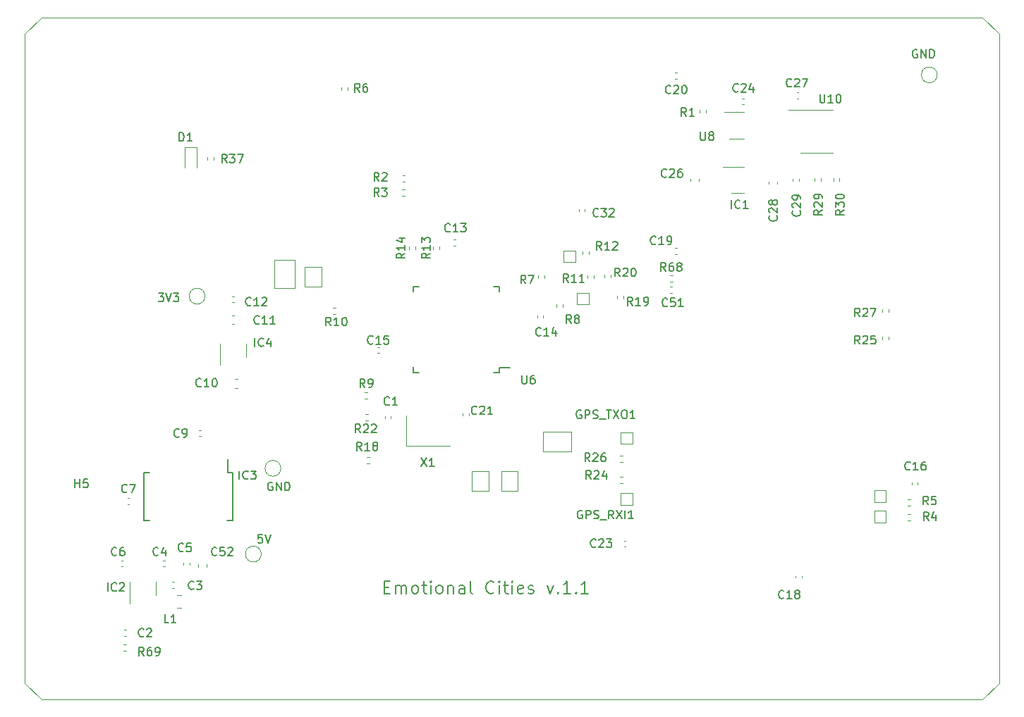
<source format=gbr>
%TF.GenerationSoftware,KiCad,Pcbnew,7.0.5*%
%TF.CreationDate,2023-07-20T14:33:04+01:00*%
%TF.ProjectId,EmotionalCities_v.1.1,456d6f74-696f-46e6-916c-436974696573,rev?*%
%TF.SameCoordinates,PX76109c0PY3c14dc0*%
%TF.FileFunction,Legend,Top*%
%TF.FilePolarity,Positive*%
%FSLAX45Y45*%
G04 Gerber Fmt 4.5, Leading zero omitted, Abs format (unit mm)*
G04 Created by KiCad (PCBNEW 7.0.5) date 2023-07-20 14:33:04*
%MOMM*%
%LPD*%
G01*
G04 APERTURE LIST*
%ADD10C,0.200000*%
%ADD11C,0.150000*%
%ADD12C,0.120000*%
%TA.AperFunction,Profile*%
%ADD13C,0.076200*%
%TD*%
G04 APERTURE END LIST*
D10*
X4318271Y-6847531D02*
X4368271Y-6847531D01*
X4389699Y-6926103D02*
X4318271Y-6926103D01*
X4318271Y-6926103D02*
X4318271Y-6776103D01*
X4318271Y-6776103D02*
X4389699Y-6776103D01*
X4453985Y-6926103D02*
X4453985Y-6826103D01*
X4453985Y-6840388D02*
X4461128Y-6833246D01*
X4461128Y-6833246D02*
X4475414Y-6826103D01*
X4475414Y-6826103D02*
X4496842Y-6826103D01*
X4496842Y-6826103D02*
X4511128Y-6833246D01*
X4511128Y-6833246D02*
X4518271Y-6847531D01*
X4518271Y-6847531D02*
X4518271Y-6926103D01*
X4518271Y-6847531D02*
X4525414Y-6833246D01*
X4525414Y-6833246D02*
X4539699Y-6826103D01*
X4539699Y-6826103D02*
X4561128Y-6826103D01*
X4561128Y-6826103D02*
X4575414Y-6833246D01*
X4575414Y-6833246D02*
X4582556Y-6847531D01*
X4582556Y-6847531D02*
X4582556Y-6926103D01*
X4675414Y-6926103D02*
X4661128Y-6918960D01*
X4661128Y-6918960D02*
X4653985Y-6911817D01*
X4653985Y-6911817D02*
X4646842Y-6897531D01*
X4646842Y-6897531D02*
X4646842Y-6854674D01*
X4646842Y-6854674D02*
X4653985Y-6840388D01*
X4653985Y-6840388D02*
X4661128Y-6833246D01*
X4661128Y-6833246D02*
X4675414Y-6826103D01*
X4675414Y-6826103D02*
X4696842Y-6826103D01*
X4696842Y-6826103D02*
X4711128Y-6833246D01*
X4711128Y-6833246D02*
X4718271Y-6840388D01*
X4718271Y-6840388D02*
X4725414Y-6854674D01*
X4725414Y-6854674D02*
X4725414Y-6897531D01*
X4725414Y-6897531D02*
X4718271Y-6911817D01*
X4718271Y-6911817D02*
X4711128Y-6918960D01*
X4711128Y-6918960D02*
X4696842Y-6926103D01*
X4696842Y-6926103D02*
X4675414Y-6926103D01*
X4768271Y-6826103D02*
X4825414Y-6826103D01*
X4789699Y-6776103D02*
X4789699Y-6904674D01*
X4789699Y-6904674D02*
X4796842Y-6918960D01*
X4796842Y-6918960D02*
X4811128Y-6926103D01*
X4811128Y-6926103D02*
X4825414Y-6926103D01*
X4875414Y-6926103D02*
X4875414Y-6826103D01*
X4875414Y-6776103D02*
X4868271Y-6783246D01*
X4868271Y-6783246D02*
X4875414Y-6790388D01*
X4875414Y-6790388D02*
X4882556Y-6783246D01*
X4882556Y-6783246D02*
X4875414Y-6776103D01*
X4875414Y-6776103D02*
X4875414Y-6790388D01*
X4968271Y-6926103D02*
X4953985Y-6918960D01*
X4953985Y-6918960D02*
X4946842Y-6911817D01*
X4946842Y-6911817D02*
X4939699Y-6897531D01*
X4939699Y-6897531D02*
X4939699Y-6854674D01*
X4939699Y-6854674D02*
X4946842Y-6840388D01*
X4946842Y-6840388D02*
X4953985Y-6833246D01*
X4953985Y-6833246D02*
X4968271Y-6826103D01*
X4968271Y-6826103D02*
X4989699Y-6826103D01*
X4989699Y-6826103D02*
X5003985Y-6833246D01*
X5003985Y-6833246D02*
X5011128Y-6840388D01*
X5011128Y-6840388D02*
X5018271Y-6854674D01*
X5018271Y-6854674D02*
X5018271Y-6897531D01*
X5018271Y-6897531D02*
X5011128Y-6911817D01*
X5011128Y-6911817D02*
X5003985Y-6918960D01*
X5003985Y-6918960D02*
X4989699Y-6926103D01*
X4989699Y-6926103D02*
X4968271Y-6926103D01*
X5082556Y-6826103D02*
X5082556Y-6926103D01*
X5082556Y-6840388D02*
X5089699Y-6833246D01*
X5089699Y-6833246D02*
X5103985Y-6826103D01*
X5103985Y-6826103D02*
X5125414Y-6826103D01*
X5125414Y-6826103D02*
X5139699Y-6833246D01*
X5139699Y-6833246D02*
X5146842Y-6847531D01*
X5146842Y-6847531D02*
X5146842Y-6926103D01*
X5282557Y-6926103D02*
X5282557Y-6847531D01*
X5282557Y-6847531D02*
X5275414Y-6833246D01*
X5275414Y-6833246D02*
X5261128Y-6826103D01*
X5261128Y-6826103D02*
X5232557Y-6826103D01*
X5232557Y-6826103D02*
X5218271Y-6833246D01*
X5282557Y-6918960D02*
X5268271Y-6926103D01*
X5268271Y-6926103D02*
X5232557Y-6926103D01*
X5232557Y-6926103D02*
X5218271Y-6918960D01*
X5218271Y-6918960D02*
X5211128Y-6904674D01*
X5211128Y-6904674D02*
X5211128Y-6890388D01*
X5211128Y-6890388D02*
X5218271Y-6876103D01*
X5218271Y-6876103D02*
X5232557Y-6868960D01*
X5232557Y-6868960D02*
X5268271Y-6868960D01*
X5268271Y-6868960D02*
X5282557Y-6861817D01*
X5375414Y-6926103D02*
X5361128Y-6918960D01*
X5361128Y-6918960D02*
X5353985Y-6904674D01*
X5353985Y-6904674D02*
X5353985Y-6776103D01*
X5632556Y-6911817D02*
X5625414Y-6918960D01*
X5625414Y-6918960D02*
X5603985Y-6926103D01*
X5603985Y-6926103D02*
X5589699Y-6926103D01*
X5589699Y-6926103D02*
X5568271Y-6918960D01*
X5568271Y-6918960D02*
X5553985Y-6904674D01*
X5553985Y-6904674D02*
X5546842Y-6890388D01*
X5546842Y-6890388D02*
X5539699Y-6861817D01*
X5539699Y-6861817D02*
X5539699Y-6840388D01*
X5539699Y-6840388D02*
X5546842Y-6811817D01*
X5546842Y-6811817D02*
X5553985Y-6797531D01*
X5553985Y-6797531D02*
X5568271Y-6783246D01*
X5568271Y-6783246D02*
X5589699Y-6776103D01*
X5589699Y-6776103D02*
X5603985Y-6776103D01*
X5603985Y-6776103D02*
X5625414Y-6783246D01*
X5625414Y-6783246D02*
X5632556Y-6790388D01*
X5696842Y-6926103D02*
X5696842Y-6826103D01*
X5696842Y-6776103D02*
X5689699Y-6783246D01*
X5689699Y-6783246D02*
X5696842Y-6790388D01*
X5696842Y-6790388D02*
X5703985Y-6783246D01*
X5703985Y-6783246D02*
X5696842Y-6776103D01*
X5696842Y-6776103D02*
X5696842Y-6790388D01*
X5746842Y-6826103D02*
X5803985Y-6826103D01*
X5768271Y-6776103D02*
X5768271Y-6904674D01*
X5768271Y-6904674D02*
X5775414Y-6918960D01*
X5775414Y-6918960D02*
X5789699Y-6926103D01*
X5789699Y-6926103D02*
X5803985Y-6926103D01*
X5853985Y-6926103D02*
X5853985Y-6826103D01*
X5853985Y-6776103D02*
X5846842Y-6783246D01*
X5846842Y-6783246D02*
X5853985Y-6790388D01*
X5853985Y-6790388D02*
X5861128Y-6783246D01*
X5861128Y-6783246D02*
X5853985Y-6776103D01*
X5853985Y-6776103D02*
X5853985Y-6790388D01*
X5982556Y-6918960D02*
X5968271Y-6926103D01*
X5968271Y-6926103D02*
X5939699Y-6926103D01*
X5939699Y-6926103D02*
X5925414Y-6918960D01*
X5925414Y-6918960D02*
X5918271Y-6904674D01*
X5918271Y-6904674D02*
X5918271Y-6847531D01*
X5918271Y-6847531D02*
X5925414Y-6833246D01*
X5925414Y-6833246D02*
X5939699Y-6826103D01*
X5939699Y-6826103D02*
X5968271Y-6826103D01*
X5968271Y-6826103D02*
X5982556Y-6833246D01*
X5982556Y-6833246D02*
X5989699Y-6847531D01*
X5989699Y-6847531D02*
X5989699Y-6861817D01*
X5989699Y-6861817D02*
X5918271Y-6876103D01*
X6046842Y-6918960D02*
X6061128Y-6926103D01*
X6061128Y-6926103D02*
X6089699Y-6926103D01*
X6089699Y-6926103D02*
X6103985Y-6918960D01*
X6103985Y-6918960D02*
X6111128Y-6904674D01*
X6111128Y-6904674D02*
X6111128Y-6897531D01*
X6111128Y-6897531D02*
X6103985Y-6883246D01*
X6103985Y-6883246D02*
X6089699Y-6876103D01*
X6089699Y-6876103D02*
X6068271Y-6876103D01*
X6068271Y-6876103D02*
X6053985Y-6868960D01*
X6053985Y-6868960D02*
X6046842Y-6854674D01*
X6046842Y-6854674D02*
X6046842Y-6847531D01*
X6046842Y-6847531D02*
X6053985Y-6833246D01*
X6053985Y-6833246D02*
X6068271Y-6826103D01*
X6068271Y-6826103D02*
X6089699Y-6826103D01*
X6089699Y-6826103D02*
X6103985Y-6833246D01*
X6275414Y-6826103D02*
X6311128Y-6926103D01*
X6311128Y-6926103D02*
X6346842Y-6826103D01*
X6403985Y-6911817D02*
X6411128Y-6918960D01*
X6411128Y-6918960D02*
X6403985Y-6926103D01*
X6403985Y-6926103D02*
X6396842Y-6918960D01*
X6396842Y-6918960D02*
X6403985Y-6911817D01*
X6403985Y-6911817D02*
X6403985Y-6926103D01*
X6553985Y-6926103D02*
X6468271Y-6926103D01*
X6511128Y-6926103D02*
X6511128Y-6776103D01*
X6511128Y-6776103D02*
X6496842Y-6797531D01*
X6496842Y-6797531D02*
X6482556Y-6811817D01*
X6482556Y-6811817D02*
X6468271Y-6818960D01*
X6618271Y-6911817D02*
X6625414Y-6918960D01*
X6625414Y-6918960D02*
X6618271Y-6926103D01*
X6618271Y-6926103D02*
X6611128Y-6918960D01*
X6611128Y-6918960D02*
X6618271Y-6911817D01*
X6618271Y-6911817D02*
X6618271Y-6926103D01*
X6768271Y-6926103D02*
X6682556Y-6926103D01*
X6725414Y-6926103D02*
X6725414Y-6776103D01*
X6725414Y-6776103D02*
X6711128Y-6797531D01*
X6711128Y-6797531D02*
X6696842Y-6811817D01*
X6696842Y-6811817D02*
X6682556Y-6818960D01*
D11*
X2850952Y-6215482D02*
X2803333Y-6215482D01*
X2803333Y-6215482D02*
X2798571Y-6263101D01*
X2798571Y-6263101D02*
X2803333Y-6258339D01*
X2803333Y-6258339D02*
X2812857Y-6253577D01*
X2812857Y-6253577D02*
X2836667Y-6253577D01*
X2836667Y-6253577D02*
X2846190Y-6258339D01*
X2846190Y-6258339D02*
X2850952Y-6263101D01*
X2850952Y-6263101D02*
X2855714Y-6272625D01*
X2855714Y-6272625D02*
X2855714Y-6296434D01*
X2855714Y-6296434D02*
X2850952Y-6305958D01*
X2850952Y-6305958D02*
X2846190Y-6310720D01*
X2846190Y-6310720D02*
X2836667Y-6315482D01*
X2836667Y-6315482D02*
X2812857Y-6315482D01*
X2812857Y-6315482D02*
X2803333Y-6310720D01*
X2803333Y-6310720D02*
X2798571Y-6305958D01*
X2884286Y-6215482D02*
X2917619Y-6315482D01*
X2917619Y-6315482D02*
X2950952Y-6215482D01*
X2973809Y-5590244D02*
X2964286Y-5585482D01*
X2964286Y-5585482D02*
X2950000Y-5585482D01*
X2950000Y-5585482D02*
X2935714Y-5590244D01*
X2935714Y-5590244D02*
X2926190Y-5599768D01*
X2926190Y-5599768D02*
X2921429Y-5609291D01*
X2921429Y-5609291D02*
X2916667Y-5628339D01*
X2916667Y-5628339D02*
X2916667Y-5642625D01*
X2916667Y-5642625D02*
X2921429Y-5661672D01*
X2921429Y-5661672D02*
X2926190Y-5671196D01*
X2926190Y-5671196D02*
X2935714Y-5680720D01*
X2935714Y-5680720D02*
X2950000Y-5685482D01*
X2950000Y-5685482D02*
X2959524Y-5685482D01*
X2959524Y-5685482D02*
X2973809Y-5680720D01*
X2973809Y-5680720D02*
X2978571Y-5675958D01*
X2978571Y-5675958D02*
X2978571Y-5642625D01*
X2978571Y-5642625D02*
X2959524Y-5642625D01*
X3021429Y-5685482D02*
X3021429Y-5585482D01*
X3021429Y-5585482D02*
X3078571Y-5685482D01*
X3078571Y-5685482D02*
X3078571Y-5585482D01*
X3126190Y-5685482D02*
X3126190Y-5585482D01*
X3126190Y-5585482D02*
X3150000Y-5585482D01*
X3150000Y-5585482D02*
X3164286Y-5590244D01*
X3164286Y-5590244D02*
X3173809Y-5599768D01*
X3173809Y-5599768D02*
X3178571Y-5609291D01*
X3178571Y-5609291D02*
X3183333Y-5628339D01*
X3183333Y-5628339D02*
X3183333Y-5642625D01*
X3183333Y-5642625D02*
X3178571Y-5661672D01*
X3178571Y-5661672D02*
X3173809Y-5671196D01*
X3173809Y-5671196D02*
X3164286Y-5680720D01*
X3164286Y-5680720D02*
X3150000Y-5685482D01*
X3150000Y-5685482D02*
X3126190Y-5685482D01*
X1606190Y-3315482D02*
X1668095Y-3315482D01*
X1668095Y-3315482D02*
X1634762Y-3353577D01*
X1634762Y-3353577D02*
X1649048Y-3353577D01*
X1649048Y-3353577D02*
X1658571Y-3358339D01*
X1658571Y-3358339D02*
X1663333Y-3363101D01*
X1663333Y-3363101D02*
X1668095Y-3372625D01*
X1668095Y-3372625D02*
X1668095Y-3396434D01*
X1668095Y-3396434D02*
X1663333Y-3405958D01*
X1663333Y-3405958D02*
X1658571Y-3410720D01*
X1658571Y-3410720D02*
X1649048Y-3415482D01*
X1649048Y-3415482D02*
X1620476Y-3415482D01*
X1620476Y-3415482D02*
X1610952Y-3410720D01*
X1610952Y-3410720D02*
X1606190Y-3405958D01*
X1696667Y-3315482D02*
X1730000Y-3415482D01*
X1730000Y-3415482D02*
X1763333Y-3315482D01*
X1787143Y-3315482D02*
X1849048Y-3315482D01*
X1849048Y-3315482D02*
X1815714Y-3353577D01*
X1815714Y-3353577D02*
X1830000Y-3353577D01*
X1830000Y-3353577D02*
X1839524Y-3358339D01*
X1839524Y-3358339D02*
X1844286Y-3363101D01*
X1844286Y-3363101D02*
X1849048Y-3372625D01*
X1849048Y-3372625D02*
X1849048Y-3396434D01*
X1849048Y-3396434D02*
X1844286Y-3405958D01*
X1844286Y-3405958D02*
X1839524Y-3410720D01*
X1839524Y-3410720D02*
X1830000Y-3415482D01*
X1830000Y-3415482D02*
X1801429Y-3415482D01*
X1801429Y-3415482D02*
X1791905Y-3410720D01*
X1791905Y-3410720D02*
X1787143Y-3405958D01*
X10713810Y-390244D02*
X10704286Y-385482D01*
X10704286Y-385482D02*
X10690000Y-385482D01*
X10690000Y-385482D02*
X10675714Y-390244D01*
X10675714Y-390244D02*
X10666191Y-399768D01*
X10666191Y-399768D02*
X10661429Y-409291D01*
X10661429Y-409291D02*
X10656667Y-428339D01*
X10656667Y-428339D02*
X10656667Y-442625D01*
X10656667Y-442625D02*
X10661429Y-461672D01*
X10661429Y-461672D02*
X10666191Y-471196D01*
X10666191Y-471196D02*
X10675714Y-480720D01*
X10675714Y-480720D02*
X10690000Y-485482D01*
X10690000Y-485482D02*
X10699524Y-485482D01*
X10699524Y-485482D02*
X10713810Y-480720D01*
X10713810Y-480720D02*
X10718571Y-475958D01*
X10718571Y-475958D02*
X10718571Y-442625D01*
X10718571Y-442625D02*
X10699524Y-442625D01*
X10761429Y-485482D02*
X10761429Y-385482D01*
X10761429Y-385482D02*
X10818571Y-485482D01*
X10818571Y-485482D02*
X10818571Y-385482D01*
X10866191Y-485482D02*
X10866191Y-385482D01*
X10866191Y-385482D02*
X10890000Y-385482D01*
X10890000Y-385482D02*
X10904286Y-390244D01*
X10904286Y-390244D02*
X10913810Y-399768D01*
X10913810Y-399768D02*
X10918571Y-409291D01*
X10918571Y-409291D02*
X10923333Y-428339D01*
X10923333Y-428339D02*
X10923333Y-442625D01*
X10923333Y-442625D02*
X10918571Y-461672D01*
X10918571Y-461672D02*
X10913810Y-471196D01*
X10913810Y-471196D02*
X10904286Y-480720D01*
X10904286Y-480720D02*
X10890000Y-485482D01*
X10890000Y-485482D02*
X10866191Y-485482D01*
%TO.C,R10*%
X3675714Y-3705482D02*
X3642381Y-3657863D01*
X3618571Y-3705482D02*
X3618571Y-3605482D01*
X3618571Y-3605482D02*
X3656667Y-3605482D01*
X3656667Y-3605482D02*
X3666190Y-3610244D01*
X3666190Y-3610244D02*
X3670952Y-3615006D01*
X3670952Y-3615006D02*
X3675714Y-3624529D01*
X3675714Y-3624529D02*
X3675714Y-3638815D01*
X3675714Y-3638815D02*
X3670952Y-3648339D01*
X3670952Y-3648339D02*
X3666190Y-3653101D01*
X3666190Y-3653101D02*
X3656667Y-3657863D01*
X3656667Y-3657863D02*
X3618571Y-3657863D01*
X3770952Y-3705482D02*
X3713809Y-3705482D01*
X3742381Y-3705482D02*
X3742381Y-3605482D01*
X3742381Y-3605482D02*
X3732857Y-3619768D01*
X3732857Y-3619768D02*
X3723333Y-3629291D01*
X3723333Y-3629291D02*
X3713809Y-3634053D01*
X3832857Y-3605482D02*
X3842381Y-3605482D01*
X3842381Y-3605482D02*
X3851905Y-3610244D01*
X3851905Y-3610244D02*
X3856667Y-3615006D01*
X3856667Y-3615006D02*
X3861428Y-3624529D01*
X3861428Y-3624529D02*
X3866190Y-3643577D01*
X3866190Y-3643577D02*
X3866190Y-3667387D01*
X3866190Y-3667387D02*
X3861428Y-3686434D01*
X3861428Y-3686434D02*
X3856667Y-3695958D01*
X3856667Y-3695958D02*
X3851905Y-3700720D01*
X3851905Y-3700720D02*
X3842381Y-3705482D01*
X3842381Y-3705482D02*
X3832857Y-3705482D01*
X3832857Y-3705482D02*
X3823333Y-3700720D01*
X3823333Y-3700720D02*
X3818571Y-3695958D01*
X3818571Y-3695958D02*
X3813809Y-3686434D01*
X3813809Y-3686434D02*
X3809048Y-3667387D01*
X3809048Y-3667387D02*
X3809048Y-3643577D01*
X3809048Y-3643577D02*
X3813809Y-3624529D01*
X3813809Y-3624529D02*
X3818571Y-3615006D01*
X3818571Y-3615006D02*
X3823333Y-3610244D01*
X3823333Y-3610244D02*
X3832857Y-3605482D01*
%TO.C,R8*%
X6563333Y-3675482D02*
X6530000Y-3627863D01*
X6506190Y-3675482D02*
X6506190Y-3575482D01*
X6506190Y-3575482D02*
X6544286Y-3575482D01*
X6544286Y-3575482D02*
X6553809Y-3580244D01*
X6553809Y-3580244D02*
X6558571Y-3585006D01*
X6558571Y-3585006D02*
X6563333Y-3594529D01*
X6563333Y-3594529D02*
X6563333Y-3608815D01*
X6563333Y-3608815D02*
X6558571Y-3618339D01*
X6558571Y-3618339D02*
X6553809Y-3623101D01*
X6553809Y-3623101D02*
X6544286Y-3627863D01*
X6544286Y-3627863D02*
X6506190Y-3627863D01*
X6620476Y-3618339D02*
X6610952Y-3613577D01*
X6610952Y-3613577D02*
X6606190Y-3608815D01*
X6606190Y-3608815D02*
X6601429Y-3599291D01*
X6601429Y-3599291D02*
X6601429Y-3594529D01*
X6601429Y-3594529D02*
X6606190Y-3585006D01*
X6606190Y-3585006D02*
X6610952Y-3580244D01*
X6610952Y-3580244D02*
X6620476Y-3575482D01*
X6620476Y-3575482D02*
X6639524Y-3575482D01*
X6639524Y-3575482D02*
X6649048Y-3580244D01*
X6649048Y-3580244D02*
X6653809Y-3585006D01*
X6653809Y-3585006D02*
X6658571Y-3594529D01*
X6658571Y-3594529D02*
X6658571Y-3599291D01*
X6658571Y-3599291D02*
X6653809Y-3608815D01*
X6653809Y-3608815D02*
X6649048Y-3613577D01*
X6649048Y-3613577D02*
X6639524Y-3618339D01*
X6639524Y-3618339D02*
X6620476Y-3618339D01*
X6620476Y-3618339D02*
X6610952Y-3623101D01*
X6610952Y-3623101D02*
X6606190Y-3627863D01*
X6606190Y-3627863D02*
X6601429Y-3637387D01*
X6601429Y-3637387D02*
X6601429Y-3656434D01*
X6601429Y-3656434D02*
X6606190Y-3665958D01*
X6606190Y-3665958D02*
X6610952Y-3670720D01*
X6610952Y-3670720D02*
X6620476Y-3675482D01*
X6620476Y-3675482D02*
X6639524Y-3675482D01*
X6639524Y-3675482D02*
X6649048Y-3670720D01*
X6649048Y-3670720D02*
X6653809Y-3665958D01*
X6653809Y-3665958D02*
X6658571Y-3656434D01*
X6658571Y-3656434D02*
X6658571Y-3637387D01*
X6658571Y-3637387D02*
X6653809Y-3627863D01*
X6653809Y-3627863D02*
X6649048Y-3623101D01*
X6649048Y-3623101D02*
X6639524Y-3618339D01*
%TO.C,IC4*%
X2762381Y-3955482D02*
X2762381Y-3855482D01*
X2867143Y-3945958D02*
X2862381Y-3950720D01*
X2862381Y-3950720D02*
X2848095Y-3955482D01*
X2848095Y-3955482D02*
X2838571Y-3955482D01*
X2838571Y-3955482D02*
X2824286Y-3950720D01*
X2824286Y-3950720D02*
X2814762Y-3941196D01*
X2814762Y-3941196D02*
X2810000Y-3931672D01*
X2810000Y-3931672D02*
X2805238Y-3912625D01*
X2805238Y-3912625D02*
X2805238Y-3898339D01*
X2805238Y-3898339D02*
X2810000Y-3879291D01*
X2810000Y-3879291D02*
X2814762Y-3869768D01*
X2814762Y-3869768D02*
X2824286Y-3860244D01*
X2824286Y-3860244D02*
X2838571Y-3855482D01*
X2838571Y-3855482D02*
X2848095Y-3855482D01*
X2848095Y-3855482D02*
X2862381Y-3860244D01*
X2862381Y-3860244D02*
X2867143Y-3865006D01*
X2952857Y-3888815D02*
X2952857Y-3955482D01*
X2929048Y-3850720D02*
X2905238Y-3922148D01*
X2905238Y-3922148D02*
X2967143Y-3922148D01*
%TO.C,R7*%
X6013735Y-3197240D02*
X5980402Y-3149621D01*
X5956592Y-3197240D02*
X5956592Y-3097240D01*
X5956592Y-3097240D02*
X5994687Y-3097240D01*
X5994687Y-3097240D02*
X6004211Y-3102002D01*
X6004211Y-3102002D02*
X6008973Y-3106764D01*
X6008973Y-3106764D02*
X6013735Y-3116288D01*
X6013735Y-3116288D02*
X6013735Y-3130574D01*
X6013735Y-3130574D02*
X6008973Y-3140097D01*
X6008973Y-3140097D02*
X6004211Y-3144859D01*
X6004211Y-3144859D02*
X5994687Y-3149621D01*
X5994687Y-3149621D02*
X5956592Y-3149621D01*
X6047068Y-3097240D02*
X6113735Y-3097240D01*
X6113735Y-3097240D02*
X6070878Y-3197240D01*
%TO.C,C12*%
X2715714Y-3455958D02*
X2710952Y-3460720D01*
X2710952Y-3460720D02*
X2696667Y-3465482D01*
X2696667Y-3465482D02*
X2687143Y-3465482D01*
X2687143Y-3465482D02*
X2672857Y-3460720D01*
X2672857Y-3460720D02*
X2663333Y-3451196D01*
X2663333Y-3451196D02*
X2658571Y-3441672D01*
X2658571Y-3441672D02*
X2653810Y-3422625D01*
X2653810Y-3422625D02*
X2653810Y-3408339D01*
X2653810Y-3408339D02*
X2658571Y-3389291D01*
X2658571Y-3389291D02*
X2663333Y-3379768D01*
X2663333Y-3379768D02*
X2672857Y-3370244D01*
X2672857Y-3370244D02*
X2687143Y-3365482D01*
X2687143Y-3365482D02*
X2696667Y-3365482D01*
X2696667Y-3365482D02*
X2710952Y-3370244D01*
X2710952Y-3370244D02*
X2715714Y-3375006D01*
X2810952Y-3465482D02*
X2753810Y-3465482D01*
X2782381Y-3465482D02*
X2782381Y-3365482D01*
X2782381Y-3365482D02*
X2772857Y-3379768D01*
X2772857Y-3379768D02*
X2763333Y-3389291D01*
X2763333Y-3389291D02*
X2753810Y-3394053D01*
X2849048Y-3375006D02*
X2853809Y-3370244D01*
X2853809Y-3370244D02*
X2863333Y-3365482D01*
X2863333Y-3365482D02*
X2887143Y-3365482D01*
X2887143Y-3365482D02*
X2896667Y-3370244D01*
X2896667Y-3370244D02*
X2901428Y-3375006D01*
X2901428Y-3375006D02*
X2906190Y-3384529D01*
X2906190Y-3384529D02*
X2906190Y-3394053D01*
X2906190Y-3394053D02*
X2901428Y-3408339D01*
X2901428Y-3408339D02*
X2844286Y-3465482D01*
X2844286Y-3465482D02*
X2906190Y-3465482D01*
%TO.C,C1*%
X4377596Y-4651372D02*
X4372835Y-4656134D01*
X4372835Y-4656134D02*
X4358549Y-4660896D01*
X4358549Y-4660896D02*
X4349025Y-4660896D01*
X4349025Y-4660896D02*
X4334739Y-4656134D01*
X4334739Y-4656134D02*
X4325216Y-4646610D01*
X4325216Y-4646610D02*
X4320454Y-4637086D01*
X4320454Y-4637086D02*
X4315692Y-4618039D01*
X4315692Y-4618039D02*
X4315692Y-4603753D01*
X4315692Y-4603753D02*
X4320454Y-4584705D01*
X4320454Y-4584705D02*
X4325216Y-4575181D01*
X4325216Y-4575181D02*
X4334739Y-4565658D01*
X4334739Y-4565658D02*
X4349025Y-4560896D01*
X4349025Y-4560896D02*
X4358549Y-4560896D01*
X4358549Y-4560896D02*
X4372835Y-4565658D01*
X4372835Y-4565658D02*
X4377596Y-4570420D01*
X4472835Y-4660896D02*
X4415692Y-4660896D01*
X4444263Y-4660896D02*
X4444263Y-4560896D01*
X4444263Y-4560896D02*
X4434739Y-4575181D01*
X4434739Y-4575181D02*
X4425216Y-4584705D01*
X4425216Y-4584705D02*
X4415692Y-4589467D01*
%TO.C,C52*%
X2305714Y-6460958D02*
X2300952Y-6465720D01*
X2300952Y-6465720D02*
X2286667Y-6470482D01*
X2286667Y-6470482D02*
X2277143Y-6470482D01*
X2277143Y-6470482D02*
X2262857Y-6465720D01*
X2262857Y-6465720D02*
X2253333Y-6456196D01*
X2253333Y-6456196D02*
X2248571Y-6446672D01*
X2248571Y-6446672D02*
X2243810Y-6427625D01*
X2243810Y-6427625D02*
X2243810Y-6413339D01*
X2243810Y-6413339D02*
X2248571Y-6394291D01*
X2248571Y-6394291D02*
X2253333Y-6384768D01*
X2253333Y-6384768D02*
X2262857Y-6375244D01*
X2262857Y-6375244D02*
X2277143Y-6370482D01*
X2277143Y-6370482D02*
X2286667Y-6370482D01*
X2286667Y-6370482D02*
X2300952Y-6375244D01*
X2300952Y-6375244D02*
X2305714Y-6380006D01*
X2396190Y-6370482D02*
X2348571Y-6370482D01*
X2348571Y-6370482D02*
X2343810Y-6418101D01*
X2343810Y-6418101D02*
X2348571Y-6413339D01*
X2348571Y-6413339D02*
X2358095Y-6408577D01*
X2358095Y-6408577D02*
X2381905Y-6408577D01*
X2381905Y-6408577D02*
X2391429Y-6413339D01*
X2391429Y-6413339D02*
X2396190Y-6418101D01*
X2396190Y-6418101D02*
X2400952Y-6427625D01*
X2400952Y-6427625D02*
X2400952Y-6451434D01*
X2400952Y-6451434D02*
X2396190Y-6460958D01*
X2396190Y-6460958D02*
X2391429Y-6465720D01*
X2391429Y-6465720D02*
X2381905Y-6470482D01*
X2381905Y-6470482D02*
X2358095Y-6470482D01*
X2358095Y-6470482D02*
X2348571Y-6465720D01*
X2348571Y-6465720D02*
X2343810Y-6460958D01*
X2439048Y-6380006D02*
X2443810Y-6375244D01*
X2443810Y-6375244D02*
X2453333Y-6370482D01*
X2453333Y-6370482D02*
X2477143Y-6370482D01*
X2477143Y-6370482D02*
X2486667Y-6375244D01*
X2486667Y-6375244D02*
X2491429Y-6380006D01*
X2491429Y-6380006D02*
X2496190Y-6389529D01*
X2496190Y-6389529D02*
X2496190Y-6399053D01*
X2496190Y-6399053D02*
X2491429Y-6413339D01*
X2491429Y-6413339D02*
X2434286Y-6470482D01*
X2434286Y-6470482D02*
X2496190Y-6470482D01*
%TO.C,R19*%
X7296116Y-3460482D02*
X7262783Y-3412863D01*
X7238973Y-3460482D02*
X7238973Y-3360482D01*
X7238973Y-3360482D02*
X7277068Y-3360482D01*
X7277068Y-3360482D02*
X7286592Y-3365244D01*
X7286592Y-3365244D02*
X7291354Y-3370006D01*
X7291354Y-3370006D02*
X7296116Y-3379529D01*
X7296116Y-3379529D02*
X7296116Y-3393815D01*
X7296116Y-3393815D02*
X7291354Y-3403339D01*
X7291354Y-3403339D02*
X7286592Y-3408101D01*
X7286592Y-3408101D02*
X7277068Y-3412863D01*
X7277068Y-3412863D02*
X7238973Y-3412863D01*
X7391354Y-3460482D02*
X7334211Y-3460482D01*
X7362783Y-3460482D02*
X7362783Y-3360482D01*
X7362783Y-3360482D02*
X7353259Y-3374768D01*
X7353259Y-3374768D02*
X7343735Y-3384291D01*
X7343735Y-3384291D02*
X7334211Y-3389053D01*
X7438973Y-3460482D02*
X7458021Y-3460482D01*
X7458021Y-3460482D02*
X7467544Y-3455720D01*
X7467544Y-3455720D02*
X7472306Y-3450958D01*
X7472306Y-3450958D02*
X7481830Y-3436672D01*
X7481830Y-3436672D02*
X7486592Y-3417625D01*
X7486592Y-3417625D02*
X7486592Y-3379529D01*
X7486592Y-3379529D02*
X7481830Y-3370006D01*
X7481830Y-3370006D02*
X7477068Y-3365244D01*
X7477068Y-3365244D02*
X7467544Y-3360482D01*
X7467544Y-3360482D02*
X7448497Y-3360482D01*
X7448497Y-3360482D02*
X7438973Y-3365244D01*
X7438973Y-3365244D02*
X7434211Y-3370006D01*
X7434211Y-3370006D02*
X7429449Y-3379529D01*
X7429449Y-3379529D02*
X7429449Y-3403339D01*
X7429449Y-3403339D02*
X7434211Y-3412863D01*
X7434211Y-3412863D02*
X7438973Y-3417625D01*
X7438973Y-3417625D02*
X7448497Y-3422387D01*
X7448497Y-3422387D02*
X7467544Y-3422387D01*
X7467544Y-3422387D02*
X7477068Y-3417625D01*
X7477068Y-3417625D02*
X7481830Y-3412863D01*
X7481830Y-3412863D02*
X7486592Y-3403339D01*
%TO.C,R20*%
X7146116Y-3112240D02*
X7112783Y-3064621D01*
X7088973Y-3112240D02*
X7088973Y-3012240D01*
X7088973Y-3012240D02*
X7127068Y-3012240D01*
X7127068Y-3012240D02*
X7136592Y-3017002D01*
X7136592Y-3017002D02*
X7141354Y-3021764D01*
X7141354Y-3021764D02*
X7146116Y-3031288D01*
X7146116Y-3031288D02*
X7146116Y-3045574D01*
X7146116Y-3045574D02*
X7141354Y-3055097D01*
X7141354Y-3055097D02*
X7136592Y-3059859D01*
X7136592Y-3059859D02*
X7127068Y-3064621D01*
X7127068Y-3064621D02*
X7088973Y-3064621D01*
X7184211Y-3021764D02*
X7188973Y-3017002D01*
X7188973Y-3017002D02*
X7198497Y-3012240D01*
X7198497Y-3012240D02*
X7222306Y-3012240D01*
X7222306Y-3012240D02*
X7231830Y-3017002D01*
X7231830Y-3017002D02*
X7236592Y-3021764D01*
X7236592Y-3021764D02*
X7241354Y-3031288D01*
X7241354Y-3031288D02*
X7241354Y-3040812D01*
X7241354Y-3040812D02*
X7236592Y-3055097D01*
X7236592Y-3055097D02*
X7179449Y-3112240D01*
X7179449Y-3112240D02*
X7241354Y-3112240D01*
X7303259Y-3012240D02*
X7312783Y-3012240D01*
X7312783Y-3012240D02*
X7322306Y-3017002D01*
X7322306Y-3017002D02*
X7327068Y-3021764D01*
X7327068Y-3021764D02*
X7331830Y-3031288D01*
X7331830Y-3031288D02*
X7336592Y-3050336D01*
X7336592Y-3050336D02*
X7336592Y-3074145D01*
X7336592Y-3074145D02*
X7331830Y-3093193D01*
X7331830Y-3093193D02*
X7327068Y-3102716D01*
X7327068Y-3102716D02*
X7322306Y-3107478D01*
X7322306Y-3107478D02*
X7312783Y-3112240D01*
X7312783Y-3112240D02*
X7303259Y-3112240D01*
X7303259Y-3112240D02*
X7293735Y-3107478D01*
X7293735Y-3107478D02*
X7288973Y-3102716D01*
X7288973Y-3102716D02*
X7284211Y-3093193D01*
X7284211Y-3093193D02*
X7279449Y-3074145D01*
X7279449Y-3074145D02*
X7279449Y-3050336D01*
X7279449Y-3050336D02*
X7284211Y-3031288D01*
X7284211Y-3031288D02*
X7288973Y-3021764D01*
X7288973Y-3021764D02*
X7293735Y-3017002D01*
X7293735Y-3017002D02*
X7303259Y-3012240D01*
%TO.C,R24*%
X6799977Y-5547240D02*
X6766644Y-5499621D01*
X6742834Y-5547240D02*
X6742834Y-5447240D01*
X6742834Y-5447240D02*
X6780930Y-5447240D01*
X6780930Y-5447240D02*
X6790453Y-5452002D01*
X6790453Y-5452002D02*
X6795215Y-5456764D01*
X6795215Y-5456764D02*
X6799977Y-5466288D01*
X6799977Y-5466288D02*
X6799977Y-5480574D01*
X6799977Y-5480574D02*
X6795215Y-5490098D01*
X6795215Y-5490098D02*
X6790453Y-5494859D01*
X6790453Y-5494859D02*
X6780930Y-5499621D01*
X6780930Y-5499621D02*
X6742834Y-5499621D01*
X6838073Y-5456764D02*
X6842834Y-5452002D01*
X6842834Y-5452002D02*
X6852358Y-5447240D01*
X6852358Y-5447240D02*
X6876168Y-5447240D01*
X6876168Y-5447240D02*
X6885692Y-5452002D01*
X6885692Y-5452002D02*
X6890453Y-5456764D01*
X6890453Y-5456764D02*
X6895215Y-5466288D01*
X6895215Y-5466288D02*
X6895215Y-5475812D01*
X6895215Y-5475812D02*
X6890453Y-5490098D01*
X6890453Y-5490098D02*
X6833311Y-5547240D01*
X6833311Y-5547240D02*
X6895215Y-5547240D01*
X6980930Y-5480574D02*
X6980930Y-5547240D01*
X6957120Y-5442479D02*
X6933311Y-5513907D01*
X6933311Y-5513907D02*
X6995215Y-5513907D01*
%TO.C,R26*%
X6784977Y-5337240D02*
X6751644Y-5289621D01*
X6727834Y-5337240D02*
X6727834Y-5237240D01*
X6727834Y-5237240D02*
X6765930Y-5237240D01*
X6765930Y-5237240D02*
X6775453Y-5242002D01*
X6775453Y-5242002D02*
X6780215Y-5246764D01*
X6780215Y-5246764D02*
X6784977Y-5256288D01*
X6784977Y-5256288D02*
X6784977Y-5270574D01*
X6784977Y-5270574D02*
X6780215Y-5280098D01*
X6780215Y-5280098D02*
X6775453Y-5284859D01*
X6775453Y-5284859D02*
X6765930Y-5289621D01*
X6765930Y-5289621D02*
X6727834Y-5289621D01*
X6823073Y-5246764D02*
X6827834Y-5242002D01*
X6827834Y-5242002D02*
X6837358Y-5237240D01*
X6837358Y-5237240D02*
X6861168Y-5237240D01*
X6861168Y-5237240D02*
X6870692Y-5242002D01*
X6870692Y-5242002D02*
X6875453Y-5246764D01*
X6875453Y-5246764D02*
X6880215Y-5256288D01*
X6880215Y-5256288D02*
X6880215Y-5265812D01*
X6880215Y-5265812D02*
X6875453Y-5280098D01*
X6875453Y-5280098D02*
X6818311Y-5337240D01*
X6818311Y-5337240D02*
X6880215Y-5337240D01*
X6965930Y-5237240D02*
X6946882Y-5237240D01*
X6946882Y-5237240D02*
X6937358Y-5242002D01*
X6937358Y-5242002D02*
X6932596Y-5246764D01*
X6932596Y-5246764D02*
X6923073Y-5261050D01*
X6923073Y-5261050D02*
X6918311Y-5280098D01*
X6918311Y-5280098D02*
X6918311Y-5318193D01*
X6918311Y-5318193D02*
X6923073Y-5327717D01*
X6923073Y-5327717D02*
X6927834Y-5332479D01*
X6927834Y-5332479D02*
X6937358Y-5337240D01*
X6937358Y-5337240D02*
X6956406Y-5337240D01*
X6956406Y-5337240D02*
X6965930Y-5332479D01*
X6965930Y-5332479D02*
X6970692Y-5327717D01*
X6970692Y-5327717D02*
X6975453Y-5318193D01*
X6975453Y-5318193D02*
X6975453Y-5294383D01*
X6975453Y-5294383D02*
X6970692Y-5284859D01*
X6970692Y-5284859D02*
X6965930Y-5280098D01*
X6965930Y-5280098D02*
X6956406Y-5275336D01*
X6956406Y-5275336D02*
X6937358Y-5275336D01*
X6937358Y-5275336D02*
X6927834Y-5280098D01*
X6927834Y-5280098D02*
X6923073Y-5284859D01*
X6923073Y-5284859D02*
X6918311Y-5294383D01*
%TO.C,R4*%
X10851333Y-6045482D02*
X10818000Y-5997863D01*
X10794191Y-6045482D02*
X10794191Y-5945482D01*
X10794191Y-5945482D02*
X10832286Y-5945482D01*
X10832286Y-5945482D02*
X10841810Y-5950244D01*
X10841810Y-5950244D02*
X10846571Y-5955006D01*
X10846571Y-5955006D02*
X10851333Y-5964529D01*
X10851333Y-5964529D02*
X10851333Y-5978815D01*
X10851333Y-5978815D02*
X10846571Y-5988339D01*
X10846571Y-5988339D02*
X10841810Y-5993101D01*
X10841810Y-5993101D02*
X10832286Y-5997863D01*
X10832286Y-5997863D02*
X10794191Y-5997863D01*
X10937048Y-5978815D02*
X10937048Y-6045482D01*
X10913238Y-5940720D02*
X10889429Y-6012148D01*
X10889429Y-6012148D02*
X10951333Y-6012148D01*
%TO.C,R5*%
X10847333Y-5855482D02*
X10814000Y-5807863D01*
X10790191Y-5855482D02*
X10790191Y-5755482D01*
X10790191Y-5755482D02*
X10828286Y-5755482D01*
X10828286Y-5755482D02*
X10837810Y-5760244D01*
X10837810Y-5760244D02*
X10842571Y-5765006D01*
X10842571Y-5765006D02*
X10847333Y-5774529D01*
X10847333Y-5774529D02*
X10847333Y-5788815D01*
X10847333Y-5788815D02*
X10842571Y-5798339D01*
X10842571Y-5798339D02*
X10837810Y-5803101D01*
X10837810Y-5803101D02*
X10828286Y-5807863D01*
X10828286Y-5807863D02*
X10790191Y-5807863D01*
X10937810Y-5755482D02*
X10890191Y-5755482D01*
X10890191Y-5755482D02*
X10885429Y-5803101D01*
X10885429Y-5803101D02*
X10890191Y-5798339D01*
X10890191Y-5798339D02*
X10899714Y-5793577D01*
X10899714Y-5793577D02*
X10923524Y-5793577D01*
X10923524Y-5793577D02*
X10933048Y-5798339D01*
X10933048Y-5798339D02*
X10937810Y-5803101D01*
X10937810Y-5803101D02*
X10942571Y-5812625D01*
X10942571Y-5812625D02*
X10942571Y-5836434D01*
X10942571Y-5836434D02*
X10937810Y-5845958D01*
X10937810Y-5845958D02*
X10933048Y-5850720D01*
X10933048Y-5850720D02*
X10923524Y-5855482D01*
X10923524Y-5855482D02*
X10899714Y-5855482D01*
X10899714Y-5855482D02*
X10890191Y-5850720D01*
X10890191Y-5850720D02*
X10885429Y-5845958D01*
%TO.C,R6*%
X4023333Y-895482D02*
X3990000Y-847863D01*
X3966190Y-895482D02*
X3966190Y-795482D01*
X3966190Y-795482D02*
X4004286Y-795482D01*
X4004286Y-795482D02*
X4013809Y-800244D01*
X4013809Y-800244D02*
X4018571Y-805006D01*
X4018571Y-805006D02*
X4023333Y-814529D01*
X4023333Y-814529D02*
X4023333Y-828815D01*
X4023333Y-828815D02*
X4018571Y-838339D01*
X4018571Y-838339D02*
X4013809Y-843101D01*
X4013809Y-843101D02*
X4004286Y-847863D01*
X4004286Y-847863D02*
X3966190Y-847863D01*
X4109048Y-795482D02*
X4090000Y-795482D01*
X4090000Y-795482D02*
X4080476Y-800244D01*
X4080476Y-800244D02*
X4075714Y-805006D01*
X4075714Y-805006D02*
X4066190Y-819291D01*
X4066190Y-819291D02*
X4061429Y-838339D01*
X4061429Y-838339D02*
X4061429Y-876434D01*
X4061429Y-876434D02*
X4066190Y-885958D01*
X4066190Y-885958D02*
X4070952Y-890720D01*
X4070952Y-890720D02*
X4080476Y-895482D01*
X4080476Y-895482D02*
X4099524Y-895482D01*
X4099524Y-895482D02*
X4109048Y-890720D01*
X4109048Y-890720D02*
X4113809Y-885958D01*
X4113809Y-885958D02*
X4118571Y-876434D01*
X4118571Y-876434D02*
X4118571Y-852625D01*
X4118571Y-852625D02*
X4113809Y-843101D01*
X4113809Y-843101D02*
X4109048Y-838339D01*
X4109048Y-838339D02*
X4099524Y-833577D01*
X4099524Y-833577D02*
X4080476Y-833577D01*
X4080476Y-833577D02*
X4070952Y-838339D01*
X4070952Y-838339D02*
X4066190Y-843101D01*
X4066190Y-843101D02*
X4061429Y-852625D01*
%TO.C,R18*%
X4045714Y-5205482D02*
X4012381Y-5157863D01*
X3988571Y-5205482D02*
X3988571Y-5105482D01*
X3988571Y-5105482D02*
X4026667Y-5105482D01*
X4026667Y-5105482D02*
X4036190Y-5110244D01*
X4036190Y-5110244D02*
X4040952Y-5115006D01*
X4040952Y-5115006D02*
X4045714Y-5124530D01*
X4045714Y-5124530D02*
X4045714Y-5138815D01*
X4045714Y-5138815D02*
X4040952Y-5148339D01*
X4040952Y-5148339D02*
X4036190Y-5153101D01*
X4036190Y-5153101D02*
X4026667Y-5157863D01*
X4026667Y-5157863D02*
X3988571Y-5157863D01*
X4140952Y-5205482D02*
X4083809Y-5205482D01*
X4112381Y-5205482D02*
X4112381Y-5105482D01*
X4112381Y-5105482D02*
X4102857Y-5119768D01*
X4102857Y-5119768D02*
X4093333Y-5129291D01*
X4093333Y-5129291D02*
X4083809Y-5134053D01*
X4198095Y-5148339D02*
X4188571Y-5143577D01*
X4188571Y-5143577D02*
X4183809Y-5138815D01*
X4183809Y-5138815D02*
X4179048Y-5129291D01*
X4179048Y-5129291D02*
X4179048Y-5124530D01*
X4179048Y-5124530D02*
X4183809Y-5115006D01*
X4183809Y-5115006D02*
X4188571Y-5110244D01*
X4188571Y-5110244D02*
X4198095Y-5105482D01*
X4198095Y-5105482D02*
X4217143Y-5105482D01*
X4217143Y-5105482D02*
X4226667Y-5110244D01*
X4226667Y-5110244D02*
X4231429Y-5115006D01*
X4231429Y-5115006D02*
X4236190Y-5124530D01*
X4236190Y-5124530D02*
X4236190Y-5129291D01*
X4236190Y-5129291D02*
X4231429Y-5138815D01*
X4231429Y-5138815D02*
X4226667Y-5143577D01*
X4226667Y-5143577D02*
X4217143Y-5148339D01*
X4217143Y-5148339D02*
X4198095Y-5148339D01*
X4198095Y-5148339D02*
X4188571Y-5153101D01*
X4188571Y-5153101D02*
X4183809Y-5157863D01*
X4183809Y-5157863D02*
X4179048Y-5167387D01*
X4179048Y-5167387D02*
X4179048Y-5186434D01*
X4179048Y-5186434D02*
X4183809Y-5195958D01*
X4183809Y-5195958D02*
X4188571Y-5200720D01*
X4188571Y-5200720D02*
X4198095Y-5205482D01*
X4198095Y-5205482D02*
X4217143Y-5205482D01*
X4217143Y-5205482D02*
X4226667Y-5200720D01*
X4226667Y-5200720D02*
X4231429Y-5195958D01*
X4231429Y-5195958D02*
X4236190Y-5186434D01*
X4236190Y-5186434D02*
X4236190Y-5167387D01*
X4236190Y-5167387D02*
X4231429Y-5157863D01*
X4231429Y-5157863D02*
X4226667Y-5153101D01*
X4226667Y-5153101D02*
X4217143Y-5148339D01*
%TO.C,U10*%
X9546191Y-925482D02*
X9546191Y-1006434D01*
X9546191Y-1006434D02*
X9550952Y-1015958D01*
X9550952Y-1015958D02*
X9555714Y-1020720D01*
X9555714Y-1020720D02*
X9565238Y-1025482D01*
X9565238Y-1025482D02*
X9584286Y-1025482D01*
X9584286Y-1025482D02*
X9593810Y-1020720D01*
X9593810Y-1020720D02*
X9598571Y-1015958D01*
X9598571Y-1015958D02*
X9603333Y-1006434D01*
X9603333Y-1006434D02*
X9603333Y-925482D01*
X9703333Y-1025482D02*
X9646191Y-1025482D01*
X9674762Y-1025482D02*
X9674762Y-925482D01*
X9674762Y-925482D02*
X9665238Y-939768D01*
X9665238Y-939768D02*
X9655714Y-949291D01*
X9655714Y-949291D02*
X9646191Y-954053D01*
X9765238Y-925482D02*
X9774762Y-925482D01*
X9774762Y-925482D02*
X9784286Y-930244D01*
X9784286Y-930244D02*
X9789048Y-935006D01*
X9789048Y-935006D02*
X9793810Y-944529D01*
X9793810Y-944529D02*
X9798571Y-963577D01*
X9798571Y-963577D02*
X9798571Y-987387D01*
X9798571Y-987387D02*
X9793810Y-1006434D01*
X9793810Y-1006434D02*
X9789048Y-1015958D01*
X9789048Y-1015958D02*
X9784286Y-1020720D01*
X9784286Y-1020720D02*
X9774762Y-1025482D01*
X9774762Y-1025482D02*
X9765238Y-1025482D01*
X9765238Y-1025482D02*
X9755714Y-1020720D01*
X9755714Y-1020720D02*
X9750952Y-1015958D01*
X9750952Y-1015958D02*
X9746191Y-1006434D01*
X9746191Y-1006434D02*
X9741429Y-987387D01*
X9741429Y-987387D02*
X9741429Y-963577D01*
X9741429Y-963577D02*
X9746191Y-944529D01*
X9746191Y-944529D02*
X9750952Y-935006D01*
X9750952Y-935006D02*
X9755714Y-930244D01*
X9755714Y-930244D02*
X9765238Y-925482D01*
%TO.C,D1*%
X1856190Y-1485482D02*
X1856190Y-1385482D01*
X1856190Y-1385482D02*
X1880000Y-1385482D01*
X1880000Y-1385482D02*
X1894286Y-1390244D01*
X1894286Y-1390244D02*
X1903809Y-1399768D01*
X1903809Y-1399768D02*
X1908571Y-1409291D01*
X1908571Y-1409291D02*
X1913333Y-1428339D01*
X1913333Y-1428339D02*
X1913333Y-1442625D01*
X1913333Y-1442625D02*
X1908571Y-1461672D01*
X1908571Y-1461672D02*
X1903809Y-1471196D01*
X1903809Y-1471196D02*
X1894286Y-1480720D01*
X1894286Y-1480720D02*
X1880000Y-1485482D01*
X1880000Y-1485482D02*
X1856190Y-1485482D01*
X2008571Y-1485482D02*
X1951429Y-1485482D01*
X1980000Y-1485482D02*
X1980000Y-1385482D01*
X1980000Y-1385482D02*
X1970476Y-1399768D01*
X1970476Y-1399768D02*
X1960952Y-1409291D01*
X1960952Y-1409291D02*
X1951429Y-1414053D01*
%TO.C,R30*%
X9835482Y-2314286D02*
X9787863Y-2347619D01*
X9835482Y-2371429D02*
X9735482Y-2371429D01*
X9735482Y-2371429D02*
X9735482Y-2333333D01*
X9735482Y-2333333D02*
X9740244Y-2323810D01*
X9740244Y-2323810D02*
X9745006Y-2319048D01*
X9745006Y-2319048D02*
X9754530Y-2314286D01*
X9754530Y-2314286D02*
X9768815Y-2314286D01*
X9768815Y-2314286D02*
X9778339Y-2319048D01*
X9778339Y-2319048D02*
X9783101Y-2323810D01*
X9783101Y-2323810D02*
X9787863Y-2333333D01*
X9787863Y-2333333D02*
X9787863Y-2371429D01*
X9735482Y-2280952D02*
X9735482Y-2219048D01*
X9735482Y-2219048D02*
X9773577Y-2252381D01*
X9773577Y-2252381D02*
X9773577Y-2238095D01*
X9773577Y-2238095D02*
X9778339Y-2228571D01*
X9778339Y-2228571D02*
X9783101Y-2223810D01*
X9783101Y-2223810D02*
X9792625Y-2219048D01*
X9792625Y-2219048D02*
X9816434Y-2219048D01*
X9816434Y-2219048D02*
X9825958Y-2223810D01*
X9825958Y-2223810D02*
X9830720Y-2228571D01*
X9830720Y-2228571D02*
X9835482Y-2238095D01*
X9835482Y-2238095D02*
X9835482Y-2266667D01*
X9835482Y-2266667D02*
X9830720Y-2276190D01*
X9830720Y-2276190D02*
X9825958Y-2280952D01*
X9735482Y-2157143D02*
X9735482Y-2147619D01*
X9735482Y-2147619D02*
X9740244Y-2138095D01*
X9740244Y-2138095D02*
X9745006Y-2133333D01*
X9745006Y-2133333D02*
X9754530Y-2128571D01*
X9754530Y-2128571D02*
X9773577Y-2123810D01*
X9773577Y-2123810D02*
X9797387Y-2123810D01*
X9797387Y-2123810D02*
X9816434Y-2128571D01*
X9816434Y-2128571D02*
X9825958Y-2133333D01*
X9825958Y-2133333D02*
X9830720Y-2138095D01*
X9830720Y-2138095D02*
X9835482Y-2147619D01*
X9835482Y-2147619D02*
X9835482Y-2157143D01*
X9835482Y-2157143D02*
X9830720Y-2166667D01*
X9830720Y-2166667D02*
X9825958Y-2171429D01*
X9825958Y-2171429D02*
X9816434Y-2176190D01*
X9816434Y-2176190D02*
X9797387Y-2180952D01*
X9797387Y-2180952D02*
X9773577Y-2180952D01*
X9773577Y-2180952D02*
X9754530Y-2176190D01*
X9754530Y-2176190D02*
X9745006Y-2171429D01*
X9745006Y-2171429D02*
X9740244Y-2166667D01*
X9740244Y-2166667D02*
X9735482Y-2157143D01*
%TO.C,U8*%
X8113809Y-1375482D02*
X8113809Y-1456434D01*
X8113809Y-1456434D02*
X8118571Y-1465958D01*
X8118571Y-1465958D02*
X8123333Y-1470720D01*
X8123333Y-1470720D02*
X8132857Y-1475482D01*
X8132857Y-1475482D02*
X8151905Y-1475482D01*
X8151905Y-1475482D02*
X8161428Y-1470720D01*
X8161428Y-1470720D02*
X8166190Y-1465958D01*
X8166190Y-1465958D02*
X8170952Y-1456434D01*
X8170952Y-1456434D02*
X8170952Y-1375482D01*
X8232857Y-1418339D02*
X8223333Y-1413577D01*
X8223333Y-1413577D02*
X8218571Y-1408815D01*
X8218571Y-1408815D02*
X8213809Y-1399291D01*
X8213809Y-1399291D02*
X8213809Y-1394530D01*
X8213809Y-1394530D02*
X8218571Y-1385006D01*
X8218571Y-1385006D02*
X8223333Y-1380244D01*
X8223333Y-1380244D02*
X8232857Y-1375482D01*
X8232857Y-1375482D02*
X8251905Y-1375482D01*
X8251905Y-1375482D02*
X8261428Y-1380244D01*
X8261428Y-1380244D02*
X8266190Y-1385006D01*
X8266190Y-1385006D02*
X8270952Y-1394530D01*
X8270952Y-1394530D02*
X8270952Y-1399291D01*
X8270952Y-1399291D02*
X8266190Y-1408815D01*
X8266190Y-1408815D02*
X8261428Y-1413577D01*
X8261428Y-1413577D02*
X8251905Y-1418339D01*
X8251905Y-1418339D02*
X8232857Y-1418339D01*
X8232857Y-1418339D02*
X8223333Y-1423101D01*
X8223333Y-1423101D02*
X8218571Y-1427863D01*
X8218571Y-1427863D02*
X8213809Y-1437387D01*
X8213809Y-1437387D02*
X8213809Y-1456434D01*
X8213809Y-1456434D02*
X8218571Y-1465958D01*
X8218571Y-1465958D02*
X8223333Y-1470720D01*
X8223333Y-1470720D02*
X8232857Y-1475482D01*
X8232857Y-1475482D02*
X8251905Y-1475482D01*
X8251905Y-1475482D02*
X8261428Y-1470720D01*
X8261428Y-1470720D02*
X8266190Y-1465958D01*
X8266190Y-1465958D02*
X8270952Y-1456434D01*
X8270952Y-1456434D02*
X8270952Y-1437387D01*
X8270952Y-1437387D02*
X8266190Y-1427863D01*
X8266190Y-1427863D02*
X8261428Y-1423101D01*
X8261428Y-1423101D02*
X8251905Y-1418339D01*
%TO.C,C16*%
X10630714Y-5430958D02*
X10625952Y-5435720D01*
X10625952Y-5435720D02*
X10611667Y-5440482D01*
X10611667Y-5440482D02*
X10602143Y-5440482D01*
X10602143Y-5440482D02*
X10587857Y-5435720D01*
X10587857Y-5435720D02*
X10578333Y-5426196D01*
X10578333Y-5426196D02*
X10573571Y-5416672D01*
X10573571Y-5416672D02*
X10568810Y-5397625D01*
X10568810Y-5397625D02*
X10568810Y-5383339D01*
X10568810Y-5383339D02*
X10573571Y-5364291D01*
X10573571Y-5364291D02*
X10578333Y-5354768D01*
X10578333Y-5354768D02*
X10587857Y-5345244D01*
X10587857Y-5345244D02*
X10602143Y-5340482D01*
X10602143Y-5340482D02*
X10611667Y-5340482D01*
X10611667Y-5340482D02*
X10625952Y-5345244D01*
X10625952Y-5345244D02*
X10630714Y-5350006D01*
X10725952Y-5440482D02*
X10668810Y-5440482D01*
X10697381Y-5440482D02*
X10697381Y-5340482D01*
X10697381Y-5340482D02*
X10687857Y-5354768D01*
X10687857Y-5354768D02*
X10678333Y-5364291D01*
X10678333Y-5364291D02*
X10668810Y-5369053D01*
X10811667Y-5340482D02*
X10792619Y-5340482D01*
X10792619Y-5340482D02*
X10783095Y-5345244D01*
X10783095Y-5345244D02*
X10778333Y-5350006D01*
X10778333Y-5350006D02*
X10768810Y-5364291D01*
X10768810Y-5364291D02*
X10764048Y-5383339D01*
X10764048Y-5383339D02*
X10764048Y-5421434D01*
X10764048Y-5421434D02*
X10768810Y-5430958D01*
X10768810Y-5430958D02*
X10773571Y-5435720D01*
X10773571Y-5435720D02*
X10783095Y-5440482D01*
X10783095Y-5440482D02*
X10802143Y-5440482D01*
X10802143Y-5440482D02*
X10811667Y-5435720D01*
X10811667Y-5435720D02*
X10816429Y-5430958D01*
X10816429Y-5430958D02*
X10821190Y-5421434D01*
X10821190Y-5421434D02*
X10821190Y-5397625D01*
X10821190Y-5397625D02*
X10816429Y-5388101D01*
X10816429Y-5388101D02*
X10811667Y-5383339D01*
X10811667Y-5383339D02*
X10802143Y-5378577D01*
X10802143Y-5378577D02*
X10783095Y-5378577D01*
X10783095Y-5378577D02*
X10773571Y-5383339D01*
X10773571Y-5383339D02*
X10768810Y-5388101D01*
X10768810Y-5388101D02*
X10764048Y-5397625D01*
%TO.C,R2*%
X4253333Y-1965068D02*
X4220000Y-1917449D01*
X4196191Y-1965068D02*
X4196191Y-1865068D01*
X4196191Y-1865068D02*
X4234286Y-1865068D01*
X4234286Y-1865068D02*
X4243810Y-1869830D01*
X4243810Y-1869830D02*
X4248571Y-1874592D01*
X4248571Y-1874592D02*
X4253333Y-1884116D01*
X4253333Y-1884116D02*
X4253333Y-1898401D01*
X4253333Y-1898401D02*
X4248571Y-1907925D01*
X4248571Y-1907925D02*
X4243810Y-1912687D01*
X4243810Y-1912687D02*
X4234286Y-1917449D01*
X4234286Y-1917449D02*
X4196191Y-1917449D01*
X4291429Y-1874592D02*
X4296191Y-1869830D01*
X4296191Y-1869830D02*
X4305714Y-1865068D01*
X4305714Y-1865068D02*
X4329524Y-1865068D01*
X4329524Y-1865068D02*
X4339048Y-1869830D01*
X4339048Y-1869830D02*
X4343810Y-1874592D01*
X4343810Y-1874592D02*
X4348571Y-1884116D01*
X4348571Y-1884116D02*
X4348571Y-1893639D01*
X4348571Y-1893639D02*
X4343810Y-1907925D01*
X4343810Y-1907925D02*
X4286667Y-1965068D01*
X4286667Y-1965068D02*
X4348571Y-1965068D01*
%TO.C,X1*%
X4759048Y-5295482D02*
X4825714Y-5395482D01*
X4825714Y-5295482D02*
X4759048Y-5395482D01*
X4916190Y-5395482D02*
X4859048Y-5395482D01*
X4887619Y-5395482D02*
X4887619Y-5295482D01*
X4887619Y-5295482D02*
X4878095Y-5309768D01*
X4878095Y-5309768D02*
X4868571Y-5319291D01*
X4868571Y-5319291D02*
X4859048Y-5324053D01*
%TO.C,R3*%
X4254070Y-2150068D02*
X4220737Y-2102449D01*
X4196927Y-2150068D02*
X4196927Y-2050068D01*
X4196927Y-2050068D02*
X4235023Y-2050068D01*
X4235023Y-2050068D02*
X4244546Y-2054830D01*
X4244546Y-2054830D02*
X4249308Y-2059592D01*
X4249308Y-2059592D02*
X4254070Y-2069116D01*
X4254070Y-2069116D02*
X4254070Y-2083401D01*
X4254070Y-2083401D02*
X4249308Y-2092925D01*
X4249308Y-2092925D02*
X4244546Y-2097687D01*
X4244546Y-2097687D02*
X4235023Y-2102449D01*
X4235023Y-2102449D02*
X4196927Y-2102449D01*
X4287404Y-2050068D02*
X4349308Y-2050068D01*
X4349308Y-2050068D02*
X4315975Y-2088163D01*
X4315975Y-2088163D02*
X4330261Y-2088163D01*
X4330261Y-2088163D02*
X4339785Y-2092925D01*
X4339785Y-2092925D02*
X4344546Y-2097687D01*
X4344546Y-2097687D02*
X4349308Y-2107211D01*
X4349308Y-2107211D02*
X4349308Y-2131020D01*
X4349308Y-2131020D02*
X4344546Y-2140544D01*
X4344546Y-2140544D02*
X4339785Y-2145306D01*
X4339785Y-2145306D02*
X4330261Y-2150068D01*
X4330261Y-2150068D02*
X4301689Y-2150068D01*
X4301689Y-2150068D02*
X4292166Y-2145306D01*
X4292166Y-2145306D02*
X4287404Y-2140544D01*
%TO.C,U6*%
X5969211Y-4302240D02*
X5969211Y-4383193D01*
X5969211Y-4383193D02*
X5973973Y-4392717D01*
X5973973Y-4392717D02*
X5978735Y-4397479D01*
X5978735Y-4397479D02*
X5988259Y-4402240D01*
X5988259Y-4402240D02*
X6007306Y-4402240D01*
X6007306Y-4402240D02*
X6016830Y-4397479D01*
X6016830Y-4397479D02*
X6021592Y-4392717D01*
X6021592Y-4392717D02*
X6026354Y-4383193D01*
X6026354Y-4383193D02*
X6026354Y-4302240D01*
X6116830Y-4302240D02*
X6097783Y-4302240D01*
X6097783Y-4302240D02*
X6088259Y-4307002D01*
X6088259Y-4307002D02*
X6083497Y-4311764D01*
X6083497Y-4311764D02*
X6073973Y-4326050D01*
X6073973Y-4326050D02*
X6069211Y-4345098D01*
X6069211Y-4345098D02*
X6069211Y-4383193D01*
X6069211Y-4383193D02*
X6073973Y-4392717D01*
X6073973Y-4392717D02*
X6078735Y-4397479D01*
X6078735Y-4397479D02*
X6088259Y-4402240D01*
X6088259Y-4402240D02*
X6107306Y-4402240D01*
X6107306Y-4402240D02*
X6116830Y-4397479D01*
X6116830Y-4397479D02*
X6121592Y-4392717D01*
X6121592Y-4392717D02*
X6126354Y-4383193D01*
X6126354Y-4383193D02*
X6126354Y-4359383D01*
X6126354Y-4359383D02*
X6121592Y-4349859D01*
X6121592Y-4349859D02*
X6116830Y-4345098D01*
X6116830Y-4345098D02*
X6107306Y-4340336D01*
X6107306Y-4340336D02*
X6088259Y-4340336D01*
X6088259Y-4340336D02*
X6078735Y-4345098D01*
X6078735Y-4345098D02*
X6073973Y-4349859D01*
X6073973Y-4349859D02*
X6069211Y-4359383D01*
%TO.C,R14*%
X4565482Y-2834286D02*
X4517863Y-2867619D01*
X4565482Y-2891428D02*
X4465482Y-2891428D01*
X4465482Y-2891428D02*
X4465482Y-2853333D01*
X4465482Y-2853333D02*
X4470244Y-2843809D01*
X4470244Y-2843809D02*
X4475006Y-2839048D01*
X4475006Y-2839048D02*
X4484530Y-2834286D01*
X4484530Y-2834286D02*
X4498815Y-2834286D01*
X4498815Y-2834286D02*
X4508339Y-2839048D01*
X4508339Y-2839048D02*
X4513101Y-2843809D01*
X4513101Y-2843809D02*
X4517863Y-2853333D01*
X4517863Y-2853333D02*
X4517863Y-2891428D01*
X4565482Y-2739048D02*
X4565482Y-2796190D01*
X4565482Y-2767619D02*
X4465482Y-2767619D01*
X4465482Y-2767619D02*
X4479768Y-2777143D01*
X4479768Y-2777143D02*
X4489291Y-2786667D01*
X4489291Y-2786667D02*
X4494053Y-2796190D01*
X4498815Y-2653333D02*
X4565482Y-2653333D01*
X4460720Y-2677143D02*
X4532149Y-2700952D01*
X4532149Y-2700952D02*
X4532149Y-2639048D01*
%TO.C,C19*%
X7575714Y-2720958D02*
X7570952Y-2725720D01*
X7570952Y-2725720D02*
X7556667Y-2730482D01*
X7556667Y-2730482D02*
X7547143Y-2730482D01*
X7547143Y-2730482D02*
X7532857Y-2725720D01*
X7532857Y-2725720D02*
X7523333Y-2716196D01*
X7523333Y-2716196D02*
X7518571Y-2706672D01*
X7518571Y-2706672D02*
X7513809Y-2687625D01*
X7513809Y-2687625D02*
X7513809Y-2673339D01*
X7513809Y-2673339D02*
X7518571Y-2654291D01*
X7518571Y-2654291D02*
X7523333Y-2644768D01*
X7523333Y-2644768D02*
X7532857Y-2635244D01*
X7532857Y-2635244D02*
X7547143Y-2630482D01*
X7547143Y-2630482D02*
X7556667Y-2630482D01*
X7556667Y-2630482D02*
X7570952Y-2635244D01*
X7570952Y-2635244D02*
X7575714Y-2640006D01*
X7670952Y-2730482D02*
X7613809Y-2730482D01*
X7642381Y-2730482D02*
X7642381Y-2630482D01*
X7642381Y-2630482D02*
X7632857Y-2644768D01*
X7632857Y-2644768D02*
X7623333Y-2654291D01*
X7623333Y-2654291D02*
X7613809Y-2659053D01*
X7718571Y-2730482D02*
X7737619Y-2730482D01*
X7737619Y-2730482D02*
X7747143Y-2725720D01*
X7747143Y-2725720D02*
X7751905Y-2720958D01*
X7751905Y-2720958D02*
X7761428Y-2706672D01*
X7761428Y-2706672D02*
X7766190Y-2687625D01*
X7766190Y-2687625D02*
X7766190Y-2649530D01*
X7766190Y-2649530D02*
X7761428Y-2640006D01*
X7761428Y-2640006D02*
X7756667Y-2635244D01*
X7756667Y-2635244D02*
X7747143Y-2630482D01*
X7747143Y-2630482D02*
X7728095Y-2630482D01*
X7728095Y-2630482D02*
X7718571Y-2635244D01*
X7718571Y-2635244D02*
X7713809Y-2640006D01*
X7713809Y-2640006D02*
X7709048Y-2649530D01*
X7709048Y-2649530D02*
X7709048Y-2673339D01*
X7709048Y-2673339D02*
X7713809Y-2682863D01*
X7713809Y-2682863D02*
X7718571Y-2687625D01*
X7718571Y-2687625D02*
X7728095Y-2692387D01*
X7728095Y-2692387D02*
X7747143Y-2692387D01*
X7747143Y-2692387D02*
X7756667Y-2687625D01*
X7756667Y-2687625D02*
X7761428Y-2682863D01*
X7761428Y-2682863D02*
X7766190Y-2673339D01*
%TO.C,C20*%
X7755714Y-905958D02*
X7750952Y-910720D01*
X7750952Y-910720D02*
X7736667Y-915482D01*
X7736667Y-915482D02*
X7727143Y-915482D01*
X7727143Y-915482D02*
X7712857Y-910720D01*
X7712857Y-910720D02*
X7703333Y-901196D01*
X7703333Y-901196D02*
X7698571Y-891672D01*
X7698571Y-891672D02*
X7693809Y-872625D01*
X7693809Y-872625D02*
X7693809Y-858339D01*
X7693809Y-858339D02*
X7698571Y-839291D01*
X7698571Y-839291D02*
X7703333Y-829768D01*
X7703333Y-829768D02*
X7712857Y-820244D01*
X7712857Y-820244D02*
X7727143Y-815482D01*
X7727143Y-815482D02*
X7736667Y-815482D01*
X7736667Y-815482D02*
X7750952Y-820244D01*
X7750952Y-820244D02*
X7755714Y-825006D01*
X7793809Y-825006D02*
X7798571Y-820244D01*
X7798571Y-820244D02*
X7808095Y-815482D01*
X7808095Y-815482D02*
X7831905Y-815482D01*
X7831905Y-815482D02*
X7841428Y-820244D01*
X7841428Y-820244D02*
X7846190Y-825006D01*
X7846190Y-825006D02*
X7850952Y-834529D01*
X7850952Y-834529D02*
X7850952Y-844053D01*
X7850952Y-844053D02*
X7846190Y-858339D01*
X7846190Y-858339D02*
X7789048Y-915482D01*
X7789048Y-915482D02*
X7850952Y-915482D01*
X7912857Y-815482D02*
X7922381Y-815482D01*
X7922381Y-815482D02*
X7931905Y-820244D01*
X7931905Y-820244D02*
X7936667Y-825006D01*
X7936667Y-825006D02*
X7941428Y-834529D01*
X7941428Y-834529D02*
X7946190Y-853577D01*
X7946190Y-853577D02*
X7946190Y-877387D01*
X7946190Y-877387D02*
X7941428Y-896434D01*
X7941428Y-896434D02*
X7936667Y-905958D01*
X7936667Y-905958D02*
X7931905Y-910720D01*
X7931905Y-910720D02*
X7922381Y-915482D01*
X7922381Y-915482D02*
X7912857Y-915482D01*
X7912857Y-915482D02*
X7903333Y-910720D01*
X7903333Y-910720D02*
X7898571Y-905958D01*
X7898571Y-905958D02*
X7893809Y-896434D01*
X7893809Y-896434D02*
X7889048Y-877387D01*
X7889048Y-877387D02*
X7889048Y-853577D01*
X7889048Y-853577D02*
X7893809Y-834529D01*
X7893809Y-834529D02*
X7898571Y-825006D01*
X7898571Y-825006D02*
X7903333Y-820244D01*
X7903333Y-820244D02*
X7912857Y-815482D01*
%TO.C,R11*%
X6526116Y-3182240D02*
X6492783Y-3134621D01*
X6468973Y-3182240D02*
X6468973Y-3082240D01*
X6468973Y-3082240D02*
X6507068Y-3082240D01*
X6507068Y-3082240D02*
X6516592Y-3087002D01*
X6516592Y-3087002D02*
X6521354Y-3091764D01*
X6521354Y-3091764D02*
X6526116Y-3101288D01*
X6526116Y-3101288D02*
X6526116Y-3115574D01*
X6526116Y-3115574D02*
X6521354Y-3125097D01*
X6521354Y-3125097D02*
X6516592Y-3129859D01*
X6516592Y-3129859D02*
X6507068Y-3134621D01*
X6507068Y-3134621D02*
X6468973Y-3134621D01*
X6621354Y-3182240D02*
X6564211Y-3182240D01*
X6592783Y-3182240D02*
X6592783Y-3082240D01*
X6592783Y-3082240D02*
X6583259Y-3096526D01*
X6583259Y-3096526D02*
X6573735Y-3106050D01*
X6573735Y-3106050D02*
X6564211Y-3110812D01*
X6716592Y-3182240D02*
X6659449Y-3182240D01*
X6688021Y-3182240D02*
X6688021Y-3082240D01*
X6688021Y-3082240D02*
X6678497Y-3096526D01*
X6678497Y-3096526D02*
X6668973Y-3106050D01*
X6668973Y-3106050D02*
X6659449Y-3110812D01*
%TO.C,R12*%
X6925714Y-2795482D02*
X6892381Y-2747863D01*
X6868571Y-2795482D02*
X6868571Y-2695482D01*
X6868571Y-2695482D02*
X6906667Y-2695482D01*
X6906667Y-2695482D02*
X6916190Y-2700244D01*
X6916190Y-2700244D02*
X6920952Y-2705006D01*
X6920952Y-2705006D02*
X6925714Y-2714530D01*
X6925714Y-2714530D02*
X6925714Y-2728815D01*
X6925714Y-2728815D02*
X6920952Y-2738339D01*
X6920952Y-2738339D02*
X6916190Y-2743101D01*
X6916190Y-2743101D02*
X6906667Y-2747863D01*
X6906667Y-2747863D02*
X6868571Y-2747863D01*
X7020952Y-2795482D02*
X6963809Y-2795482D01*
X6992381Y-2795482D02*
X6992381Y-2695482D01*
X6992381Y-2695482D02*
X6982857Y-2709768D01*
X6982857Y-2709768D02*
X6973333Y-2719291D01*
X6973333Y-2719291D02*
X6963809Y-2724053D01*
X7059048Y-2705006D02*
X7063809Y-2700244D01*
X7063809Y-2700244D02*
X7073333Y-2695482D01*
X7073333Y-2695482D02*
X7097143Y-2695482D01*
X7097143Y-2695482D02*
X7106667Y-2700244D01*
X7106667Y-2700244D02*
X7111428Y-2705006D01*
X7111428Y-2705006D02*
X7116190Y-2714530D01*
X7116190Y-2714530D02*
X7116190Y-2724053D01*
X7116190Y-2724053D02*
X7111428Y-2738339D01*
X7111428Y-2738339D02*
X7054286Y-2795482D01*
X7054286Y-2795482D02*
X7116190Y-2795482D01*
%TO.C,C18*%
X9113451Y-6975544D02*
X9108689Y-6980306D01*
X9108689Y-6980306D02*
X9094404Y-6985068D01*
X9094404Y-6985068D02*
X9084880Y-6985068D01*
X9084880Y-6985068D02*
X9070594Y-6980306D01*
X9070594Y-6980306D02*
X9061070Y-6970782D01*
X9061070Y-6970782D02*
X9056308Y-6961258D01*
X9056308Y-6961258D02*
X9051546Y-6942211D01*
X9051546Y-6942211D02*
X9051546Y-6927925D01*
X9051546Y-6927925D02*
X9056308Y-6908878D01*
X9056308Y-6908878D02*
X9061070Y-6899354D01*
X9061070Y-6899354D02*
X9070594Y-6889830D01*
X9070594Y-6889830D02*
X9084880Y-6885068D01*
X9084880Y-6885068D02*
X9094404Y-6885068D01*
X9094404Y-6885068D02*
X9108689Y-6889830D01*
X9108689Y-6889830D02*
X9113451Y-6894592D01*
X9208689Y-6985068D02*
X9151546Y-6985068D01*
X9180118Y-6985068D02*
X9180118Y-6885068D01*
X9180118Y-6885068D02*
X9170594Y-6899354D01*
X9170594Y-6899354D02*
X9161070Y-6908878D01*
X9161070Y-6908878D02*
X9151546Y-6913639D01*
X9265832Y-6927925D02*
X9256308Y-6923163D01*
X9256308Y-6923163D02*
X9251546Y-6918401D01*
X9251546Y-6918401D02*
X9246785Y-6908878D01*
X9246785Y-6908878D02*
X9246785Y-6904116D01*
X9246785Y-6904116D02*
X9251546Y-6894592D01*
X9251546Y-6894592D02*
X9256308Y-6889830D01*
X9256308Y-6889830D02*
X9265832Y-6885068D01*
X9265832Y-6885068D02*
X9284880Y-6885068D01*
X9284880Y-6885068D02*
X9294404Y-6889830D01*
X9294404Y-6889830D02*
X9299165Y-6894592D01*
X9299165Y-6894592D02*
X9303927Y-6904116D01*
X9303927Y-6904116D02*
X9303927Y-6908878D01*
X9303927Y-6908878D02*
X9299165Y-6918401D01*
X9299165Y-6918401D02*
X9294404Y-6923163D01*
X9294404Y-6923163D02*
X9284880Y-6927925D01*
X9284880Y-6927925D02*
X9265832Y-6927925D01*
X9265832Y-6927925D02*
X9256308Y-6932687D01*
X9256308Y-6932687D02*
X9251546Y-6937449D01*
X9251546Y-6937449D02*
X9246785Y-6946973D01*
X9246785Y-6946973D02*
X9246785Y-6966020D01*
X9246785Y-6966020D02*
X9251546Y-6975544D01*
X9251546Y-6975544D02*
X9256308Y-6980306D01*
X9256308Y-6980306D02*
X9265832Y-6985068D01*
X9265832Y-6985068D02*
X9284880Y-6985068D01*
X9284880Y-6985068D02*
X9294404Y-6980306D01*
X9294404Y-6980306D02*
X9299165Y-6975544D01*
X9299165Y-6975544D02*
X9303927Y-6966020D01*
X9303927Y-6966020D02*
X9303927Y-6946973D01*
X9303927Y-6946973D02*
X9299165Y-6937449D01*
X9299165Y-6937449D02*
X9294404Y-6932687D01*
X9294404Y-6932687D02*
X9284880Y-6927925D01*
%TO.C,R13*%
X4865482Y-2834286D02*
X4817863Y-2867619D01*
X4865482Y-2891428D02*
X4765482Y-2891428D01*
X4765482Y-2891428D02*
X4765482Y-2853333D01*
X4765482Y-2853333D02*
X4770244Y-2843809D01*
X4770244Y-2843809D02*
X4775006Y-2839048D01*
X4775006Y-2839048D02*
X4784530Y-2834286D01*
X4784530Y-2834286D02*
X4798815Y-2834286D01*
X4798815Y-2834286D02*
X4808339Y-2839048D01*
X4808339Y-2839048D02*
X4813101Y-2843809D01*
X4813101Y-2843809D02*
X4817863Y-2853333D01*
X4817863Y-2853333D02*
X4817863Y-2891428D01*
X4865482Y-2739048D02*
X4865482Y-2796190D01*
X4865482Y-2767619D02*
X4765482Y-2767619D01*
X4765482Y-2767619D02*
X4779768Y-2777143D01*
X4779768Y-2777143D02*
X4789291Y-2786667D01*
X4789291Y-2786667D02*
X4794053Y-2796190D01*
X4765482Y-2705714D02*
X4765482Y-2643810D01*
X4765482Y-2643810D02*
X4803577Y-2677143D01*
X4803577Y-2677143D02*
X4803577Y-2662857D01*
X4803577Y-2662857D02*
X4808339Y-2653333D01*
X4808339Y-2653333D02*
X4813101Y-2648571D01*
X4813101Y-2648571D02*
X4822625Y-2643810D01*
X4822625Y-2643810D02*
X4846434Y-2643810D01*
X4846434Y-2643810D02*
X4855958Y-2648571D01*
X4855958Y-2648571D02*
X4860720Y-2653333D01*
X4860720Y-2653333D02*
X4865482Y-2662857D01*
X4865482Y-2662857D02*
X4865482Y-2691429D01*
X4865482Y-2691429D02*
X4860720Y-2700952D01*
X4860720Y-2700952D02*
X4855958Y-2705714D01*
%TO.C,GPS_RXI1*%
X6691428Y-5930244D02*
X6681905Y-5925482D01*
X6681905Y-5925482D02*
X6667619Y-5925482D01*
X6667619Y-5925482D02*
X6653333Y-5930244D01*
X6653333Y-5930244D02*
X6643809Y-5939768D01*
X6643809Y-5939768D02*
X6639048Y-5949291D01*
X6639048Y-5949291D02*
X6634286Y-5968339D01*
X6634286Y-5968339D02*
X6634286Y-5982625D01*
X6634286Y-5982625D02*
X6639048Y-6001672D01*
X6639048Y-6001672D02*
X6643809Y-6011196D01*
X6643809Y-6011196D02*
X6653333Y-6020720D01*
X6653333Y-6020720D02*
X6667619Y-6025482D01*
X6667619Y-6025482D02*
X6677143Y-6025482D01*
X6677143Y-6025482D02*
X6691428Y-6020720D01*
X6691428Y-6020720D02*
X6696190Y-6015958D01*
X6696190Y-6015958D02*
X6696190Y-5982625D01*
X6696190Y-5982625D02*
X6677143Y-5982625D01*
X6739048Y-6025482D02*
X6739048Y-5925482D01*
X6739048Y-5925482D02*
X6777143Y-5925482D01*
X6777143Y-5925482D02*
X6786667Y-5930244D01*
X6786667Y-5930244D02*
X6791428Y-5935006D01*
X6791428Y-5935006D02*
X6796190Y-5944529D01*
X6796190Y-5944529D02*
X6796190Y-5958815D01*
X6796190Y-5958815D02*
X6791428Y-5968339D01*
X6791428Y-5968339D02*
X6786667Y-5973101D01*
X6786667Y-5973101D02*
X6777143Y-5977863D01*
X6777143Y-5977863D02*
X6739048Y-5977863D01*
X6834286Y-6020720D02*
X6848571Y-6025482D01*
X6848571Y-6025482D02*
X6872381Y-6025482D01*
X6872381Y-6025482D02*
X6881905Y-6020720D01*
X6881905Y-6020720D02*
X6886667Y-6015958D01*
X6886667Y-6015958D02*
X6891428Y-6006434D01*
X6891428Y-6006434D02*
X6891428Y-5996910D01*
X6891428Y-5996910D02*
X6886667Y-5987387D01*
X6886667Y-5987387D02*
X6881905Y-5982625D01*
X6881905Y-5982625D02*
X6872381Y-5977863D01*
X6872381Y-5977863D02*
X6853333Y-5973101D01*
X6853333Y-5973101D02*
X6843809Y-5968339D01*
X6843809Y-5968339D02*
X6839048Y-5963577D01*
X6839048Y-5963577D02*
X6834286Y-5954053D01*
X6834286Y-5954053D02*
X6834286Y-5944529D01*
X6834286Y-5944529D02*
X6839048Y-5935006D01*
X6839048Y-5935006D02*
X6843809Y-5930244D01*
X6843809Y-5930244D02*
X6853333Y-5925482D01*
X6853333Y-5925482D02*
X6877143Y-5925482D01*
X6877143Y-5925482D02*
X6891428Y-5930244D01*
X6910476Y-6035006D02*
X6986667Y-6035006D01*
X7067619Y-6025482D02*
X7034286Y-5977863D01*
X7010476Y-6025482D02*
X7010476Y-5925482D01*
X7010476Y-5925482D02*
X7048571Y-5925482D01*
X7048571Y-5925482D02*
X7058095Y-5930244D01*
X7058095Y-5930244D02*
X7062857Y-5935006D01*
X7062857Y-5935006D02*
X7067619Y-5944529D01*
X7067619Y-5944529D02*
X7067619Y-5958815D01*
X7067619Y-5958815D02*
X7062857Y-5968339D01*
X7062857Y-5968339D02*
X7058095Y-5973101D01*
X7058095Y-5973101D02*
X7048571Y-5977863D01*
X7048571Y-5977863D02*
X7010476Y-5977863D01*
X7100952Y-5925482D02*
X7167619Y-6025482D01*
X7167619Y-5925482D02*
X7100952Y-6025482D01*
X7205714Y-6025482D02*
X7205714Y-5925482D01*
X7305714Y-6025482D02*
X7248571Y-6025482D01*
X7277143Y-6025482D02*
X7277143Y-5925482D01*
X7277143Y-5925482D02*
X7267619Y-5939768D01*
X7267619Y-5939768D02*
X7258095Y-5949291D01*
X7258095Y-5949291D02*
X7248571Y-5954053D01*
%TO.C,C27*%
X9205714Y-824699D02*
X9200952Y-829461D01*
X9200952Y-829461D02*
X9186667Y-834223D01*
X9186667Y-834223D02*
X9177143Y-834223D01*
X9177143Y-834223D02*
X9162857Y-829461D01*
X9162857Y-829461D02*
X9153333Y-819938D01*
X9153333Y-819938D02*
X9148571Y-810414D01*
X9148571Y-810414D02*
X9143810Y-791366D01*
X9143810Y-791366D02*
X9143810Y-777080D01*
X9143810Y-777080D02*
X9148571Y-758033D01*
X9148571Y-758033D02*
X9153333Y-748509D01*
X9153333Y-748509D02*
X9162857Y-738985D01*
X9162857Y-738985D02*
X9177143Y-734223D01*
X9177143Y-734223D02*
X9186667Y-734223D01*
X9186667Y-734223D02*
X9200952Y-738985D01*
X9200952Y-738985D02*
X9205714Y-743747D01*
X9243810Y-743747D02*
X9248571Y-738985D01*
X9248571Y-738985D02*
X9258095Y-734223D01*
X9258095Y-734223D02*
X9281905Y-734223D01*
X9281905Y-734223D02*
X9291429Y-738985D01*
X9291429Y-738985D02*
X9296190Y-743747D01*
X9296190Y-743747D02*
X9300952Y-753271D01*
X9300952Y-753271D02*
X9300952Y-762795D01*
X9300952Y-762795D02*
X9296190Y-777080D01*
X9296190Y-777080D02*
X9239048Y-834223D01*
X9239048Y-834223D02*
X9300952Y-834223D01*
X9334286Y-734223D02*
X9400952Y-734223D01*
X9400952Y-734223D02*
X9358095Y-834223D01*
%TO.C,C28*%
X9025958Y-2384286D02*
X9030720Y-2389048D01*
X9030720Y-2389048D02*
X9035482Y-2403333D01*
X9035482Y-2403333D02*
X9035482Y-2412857D01*
X9035482Y-2412857D02*
X9030720Y-2427143D01*
X9030720Y-2427143D02*
X9021196Y-2436667D01*
X9021196Y-2436667D02*
X9011672Y-2441429D01*
X9011672Y-2441429D02*
X8992625Y-2446190D01*
X8992625Y-2446190D02*
X8978339Y-2446190D01*
X8978339Y-2446190D02*
X8959291Y-2441429D01*
X8959291Y-2441429D02*
X8949768Y-2436667D01*
X8949768Y-2436667D02*
X8940244Y-2427143D01*
X8940244Y-2427143D02*
X8935482Y-2412857D01*
X8935482Y-2412857D02*
X8935482Y-2403333D01*
X8935482Y-2403333D02*
X8940244Y-2389048D01*
X8940244Y-2389048D02*
X8945006Y-2384286D01*
X8945006Y-2346190D02*
X8940244Y-2341429D01*
X8940244Y-2341429D02*
X8935482Y-2331905D01*
X8935482Y-2331905D02*
X8935482Y-2308095D01*
X8935482Y-2308095D02*
X8940244Y-2298571D01*
X8940244Y-2298571D02*
X8945006Y-2293810D01*
X8945006Y-2293810D02*
X8954530Y-2289048D01*
X8954530Y-2289048D02*
X8964053Y-2289048D01*
X8964053Y-2289048D02*
X8978339Y-2293810D01*
X8978339Y-2293810D02*
X9035482Y-2350952D01*
X9035482Y-2350952D02*
X9035482Y-2289048D01*
X8978339Y-2231905D02*
X8973577Y-2241429D01*
X8973577Y-2241429D02*
X8968815Y-2246190D01*
X8968815Y-2246190D02*
X8959291Y-2250952D01*
X8959291Y-2250952D02*
X8954530Y-2250952D01*
X8954530Y-2250952D02*
X8945006Y-2246190D01*
X8945006Y-2246190D02*
X8940244Y-2241429D01*
X8940244Y-2241429D02*
X8935482Y-2231905D01*
X8935482Y-2231905D02*
X8935482Y-2212857D01*
X8935482Y-2212857D02*
X8940244Y-2203333D01*
X8940244Y-2203333D02*
X8945006Y-2198571D01*
X8945006Y-2198571D02*
X8954530Y-2193810D01*
X8954530Y-2193810D02*
X8959291Y-2193810D01*
X8959291Y-2193810D02*
X8968815Y-2198571D01*
X8968815Y-2198571D02*
X8973577Y-2203333D01*
X8973577Y-2203333D02*
X8978339Y-2212857D01*
X8978339Y-2212857D02*
X8978339Y-2231905D01*
X8978339Y-2231905D02*
X8983101Y-2241429D01*
X8983101Y-2241429D02*
X8987863Y-2246190D01*
X8987863Y-2246190D02*
X8997387Y-2250952D01*
X8997387Y-2250952D02*
X9016434Y-2250952D01*
X9016434Y-2250952D02*
X9025958Y-2246190D01*
X9025958Y-2246190D02*
X9030720Y-2241429D01*
X9030720Y-2241429D02*
X9035482Y-2231905D01*
X9035482Y-2231905D02*
X9035482Y-2212857D01*
X9035482Y-2212857D02*
X9030720Y-2203333D01*
X9030720Y-2203333D02*
X9025958Y-2198571D01*
X9025958Y-2198571D02*
X9016434Y-2193810D01*
X9016434Y-2193810D02*
X8997387Y-2193810D01*
X8997387Y-2193810D02*
X8987863Y-2198571D01*
X8987863Y-2198571D02*
X8983101Y-2203333D01*
X8983101Y-2203333D02*
X8978339Y-2212857D01*
%TO.C,C23*%
X6855714Y-6360958D02*
X6850952Y-6365720D01*
X6850952Y-6365720D02*
X6836667Y-6370482D01*
X6836667Y-6370482D02*
X6827143Y-6370482D01*
X6827143Y-6370482D02*
X6812857Y-6365720D01*
X6812857Y-6365720D02*
X6803333Y-6356196D01*
X6803333Y-6356196D02*
X6798571Y-6346672D01*
X6798571Y-6346672D02*
X6793809Y-6327625D01*
X6793809Y-6327625D02*
X6793809Y-6313339D01*
X6793809Y-6313339D02*
X6798571Y-6294291D01*
X6798571Y-6294291D02*
X6803333Y-6284768D01*
X6803333Y-6284768D02*
X6812857Y-6275244D01*
X6812857Y-6275244D02*
X6827143Y-6270482D01*
X6827143Y-6270482D02*
X6836667Y-6270482D01*
X6836667Y-6270482D02*
X6850952Y-6275244D01*
X6850952Y-6275244D02*
X6855714Y-6280006D01*
X6893809Y-6280006D02*
X6898571Y-6275244D01*
X6898571Y-6275244D02*
X6908095Y-6270482D01*
X6908095Y-6270482D02*
X6931905Y-6270482D01*
X6931905Y-6270482D02*
X6941428Y-6275244D01*
X6941428Y-6275244D02*
X6946190Y-6280006D01*
X6946190Y-6280006D02*
X6950952Y-6289529D01*
X6950952Y-6289529D02*
X6950952Y-6299053D01*
X6950952Y-6299053D02*
X6946190Y-6313339D01*
X6946190Y-6313339D02*
X6889048Y-6370482D01*
X6889048Y-6370482D02*
X6950952Y-6370482D01*
X6984286Y-6270482D02*
X7046190Y-6270482D01*
X7046190Y-6270482D02*
X7012857Y-6308577D01*
X7012857Y-6308577D02*
X7027143Y-6308577D01*
X7027143Y-6308577D02*
X7036667Y-6313339D01*
X7036667Y-6313339D02*
X7041428Y-6318101D01*
X7041428Y-6318101D02*
X7046190Y-6327625D01*
X7046190Y-6327625D02*
X7046190Y-6351434D01*
X7046190Y-6351434D02*
X7041428Y-6360958D01*
X7041428Y-6360958D02*
X7036667Y-6365720D01*
X7036667Y-6365720D02*
X7027143Y-6370482D01*
X7027143Y-6370482D02*
X6998571Y-6370482D01*
X6998571Y-6370482D02*
X6989048Y-6365720D01*
X6989048Y-6365720D02*
X6984286Y-6360958D01*
%TO.C,IC1*%
X8482381Y-2295482D02*
X8482381Y-2195482D01*
X8587143Y-2285958D02*
X8582381Y-2290720D01*
X8582381Y-2290720D02*
X8568095Y-2295482D01*
X8568095Y-2295482D02*
X8558571Y-2295482D01*
X8558571Y-2295482D02*
X8544286Y-2290720D01*
X8544286Y-2290720D02*
X8534762Y-2281196D01*
X8534762Y-2281196D02*
X8530000Y-2271672D01*
X8530000Y-2271672D02*
X8525238Y-2252625D01*
X8525238Y-2252625D02*
X8525238Y-2238339D01*
X8525238Y-2238339D02*
X8530000Y-2219291D01*
X8530000Y-2219291D02*
X8534762Y-2209768D01*
X8534762Y-2209768D02*
X8544286Y-2200244D01*
X8544286Y-2200244D02*
X8558571Y-2195482D01*
X8558571Y-2195482D02*
X8568095Y-2195482D01*
X8568095Y-2195482D02*
X8582381Y-2200244D01*
X8582381Y-2200244D02*
X8587143Y-2205006D01*
X8682381Y-2295482D02*
X8625238Y-2295482D01*
X8653810Y-2295482D02*
X8653810Y-2195482D01*
X8653810Y-2195482D02*
X8644286Y-2209768D01*
X8644286Y-2209768D02*
X8634762Y-2219291D01*
X8634762Y-2219291D02*
X8625238Y-2224053D01*
%TO.C,C29*%
X9305958Y-2324286D02*
X9310720Y-2329048D01*
X9310720Y-2329048D02*
X9315482Y-2343333D01*
X9315482Y-2343333D02*
X9315482Y-2352857D01*
X9315482Y-2352857D02*
X9310720Y-2367143D01*
X9310720Y-2367143D02*
X9301196Y-2376667D01*
X9301196Y-2376667D02*
X9291672Y-2381429D01*
X9291672Y-2381429D02*
X9272625Y-2386190D01*
X9272625Y-2386190D02*
X9258339Y-2386190D01*
X9258339Y-2386190D02*
X9239291Y-2381429D01*
X9239291Y-2381429D02*
X9229768Y-2376667D01*
X9229768Y-2376667D02*
X9220244Y-2367143D01*
X9220244Y-2367143D02*
X9215482Y-2352857D01*
X9215482Y-2352857D02*
X9215482Y-2343333D01*
X9215482Y-2343333D02*
X9220244Y-2329048D01*
X9220244Y-2329048D02*
X9225006Y-2324286D01*
X9225006Y-2286190D02*
X9220244Y-2281429D01*
X9220244Y-2281429D02*
X9215482Y-2271905D01*
X9215482Y-2271905D02*
X9215482Y-2248095D01*
X9215482Y-2248095D02*
X9220244Y-2238571D01*
X9220244Y-2238571D02*
X9225006Y-2233810D01*
X9225006Y-2233810D02*
X9234530Y-2229048D01*
X9234530Y-2229048D02*
X9244053Y-2229048D01*
X9244053Y-2229048D02*
X9258339Y-2233810D01*
X9258339Y-2233810D02*
X9315482Y-2290952D01*
X9315482Y-2290952D02*
X9315482Y-2229048D01*
X9315482Y-2181429D02*
X9315482Y-2162381D01*
X9315482Y-2162381D02*
X9310720Y-2152857D01*
X9310720Y-2152857D02*
X9305958Y-2148095D01*
X9305958Y-2148095D02*
X9291672Y-2138571D01*
X9291672Y-2138571D02*
X9272625Y-2133810D01*
X9272625Y-2133810D02*
X9234530Y-2133810D01*
X9234530Y-2133810D02*
X9225006Y-2138571D01*
X9225006Y-2138571D02*
X9220244Y-2143333D01*
X9220244Y-2143333D02*
X9215482Y-2152857D01*
X9215482Y-2152857D02*
X9215482Y-2171905D01*
X9215482Y-2171905D02*
X9220244Y-2181429D01*
X9220244Y-2181429D02*
X9225006Y-2186190D01*
X9225006Y-2186190D02*
X9234530Y-2190952D01*
X9234530Y-2190952D02*
X9258339Y-2190952D01*
X9258339Y-2190952D02*
X9267863Y-2186190D01*
X9267863Y-2186190D02*
X9272625Y-2181429D01*
X9272625Y-2181429D02*
X9277387Y-2171905D01*
X9277387Y-2171905D02*
X9277387Y-2152857D01*
X9277387Y-2152857D02*
X9272625Y-2143333D01*
X9272625Y-2143333D02*
X9267863Y-2138571D01*
X9267863Y-2138571D02*
X9258339Y-2133810D01*
%TO.C,C24*%
X8565714Y-885958D02*
X8560952Y-890720D01*
X8560952Y-890720D02*
X8546667Y-895482D01*
X8546667Y-895482D02*
X8537143Y-895482D01*
X8537143Y-895482D02*
X8522857Y-890720D01*
X8522857Y-890720D02*
X8513333Y-881196D01*
X8513333Y-881196D02*
X8508571Y-871672D01*
X8508571Y-871672D02*
X8503810Y-852625D01*
X8503810Y-852625D02*
X8503810Y-838339D01*
X8503810Y-838339D02*
X8508571Y-819291D01*
X8508571Y-819291D02*
X8513333Y-809768D01*
X8513333Y-809768D02*
X8522857Y-800244D01*
X8522857Y-800244D02*
X8537143Y-795482D01*
X8537143Y-795482D02*
X8546667Y-795482D01*
X8546667Y-795482D02*
X8560952Y-800244D01*
X8560952Y-800244D02*
X8565714Y-805006D01*
X8603810Y-805006D02*
X8608571Y-800244D01*
X8608571Y-800244D02*
X8618095Y-795482D01*
X8618095Y-795482D02*
X8641905Y-795482D01*
X8641905Y-795482D02*
X8651429Y-800244D01*
X8651429Y-800244D02*
X8656190Y-805006D01*
X8656190Y-805006D02*
X8660952Y-814529D01*
X8660952Y-814529D02*
X8660952Y-824053D01*
X8660952Y-824053D02*
X8656190Y-838339D01*
X8656190Y-838339D02*
X8599048Y-895482D01*
X8599048Y-895482D02*
X8660952Y-895482D01*
X8746667Y-828815D02*
X8746667Y-895482D01*
X8722857Y-790720D02*
X8699048Y-862148D01*
X8699048Y-862148D02*
X8760952Y-862148D01*
%TO.C,C32*%
X6885714Y-2385958D02*
X6880952Y-2390720D01*
X6880952Y-2390720D02*
X6866667Y-2395482D01*
X6866667Y-2395482D02*
X6857143Y-2395482D01*
X6857143Y-2395482D02*
X6842857Y-2390720D01*
X6842857Y-2390720D02*
X6833333Y-2381196D01*
X6833333Y-2381196D02*
X6828571Y-2371672D01*
X6828571Y-2371672D02*
X6823809Y-2352625D01*
X6823809Y-2352625D02*
X6823809Y-2338339D01*
X6823809Y-2338339D02*
X6828571Y-2319291D01*
X6828571Y-2319291D02*
X6833333Y-2309768D01*
X6833333Y-2309768D02*
X6842857Y-2300244D01*
X6842857Y-2300244D02*
X6857143Y-2295482D01*
X6857143Y-2295482D02*
X6866667Y-2295482D01*
X6866667Y-2295482D02*
X6880952Y-2300244D01*
X6880952Y-2300244D02*
X6885714Y-2305006D01*
X6919048Y-2295482D02*
X6980952Y-2295482D01*
X6980952Y-2295482D02*
X6947619Y-2333577D01*
X6947619Y-2333577D02*
X6961905Y-2333577D01*
X6961905Y-2333577D02*
X6971428Y-2338339D01*
X6971428Y-2338339D02*
X6976190Y-2343101D01*
X6976190Y-2343101D02*
X6980952Y-2352625D01*
X6980952Y-2352625D02*
X6980952Y-2376434D01*
X6980952Y-2376434D02*
X6976190Y-2385958D01*
X6976190Y-2385958D02*
X6971428Y-2390720D01*
X6971428Y-2390720D02*
X6961905Y-2395482D01*
X6961905Y-2395482D02*
X6933333Y-2395482D01*
X6933333Y-2395482D02*
X6923809Y-2390720D01*
X6923809Y-2390720D02*
X6919048Y-2385958D01*
X7019048Y-2305006D02*
X7023809Y-2300244D01*
X7023809Y-2300244D02*
X7033333Y-2295482D01*
X7033333Y-2295482D02*
X7057143Y-2295482D01*
X7057143Y-2295482D02*
X7066667Y-2300244D01*
X7066667Y-2300244D02*
X7071428Y-2305006D01*
X7071428Y-2305006D02*
X7076190Y-2314530D01*
X7076190Y-2314530D02*
X7076190Y-2324053D01*
X7076190Y-2324053D02*
X7071428Y-2338339D01*
X7071428Y-2338339D02*
X7014286Y-2395482D01*
X7014286Y-2395482D02*
X7076190Y-2395482D01*
%TO.C,C26*%
X7705714Y-1910958D02*
X7700952Y-1915720D01*
X7700952Y-1915720D02*
X7686667Y-1920482D01*
X7686667Y-1920482D02*
X7677143Y-1920482D01*
X7677143Y-1920482D02*
X7662857Y-1915720D01*
X7662857Y-1915720D02*
X7653333Y-1906196D01*
X7653333Y-1906196D02*
X7648571Y-1896672D01*
X7648571Y-1896672D02*
X7643809Y-1877625D01*
X7643809Y-1877625D02*
X7643809Y-1863339D01*
X7643809Y-1863339D02*
X7648571Y-1844291D01*
X7648571Y-1844291D02*
X7653333Y-1834768D01*
X7653333Y-1834768D02*
X7662857Y-1825244D01*
X7662857Y-1825244D02*
X7677143Y-1820482D01*
X7677143Y-1820482D02*
X7686667Y-1820482D01*
X7686667Y-1820482D02*
X7700952Y-1825244D01*
X7700952Y-1825244D02*
X7705714Y-1830006D01*
X7743809Y-1830006D02*
X7748571Y-1825244D01*
X7748571Y-1825244D02*
X7758095Y-1820482D01*
X7758095Y-1820482D02*
X7781905Y-1820482D01*
X7781905Y-1820482D02*
X7791428Y-1825244D01*
X7791428Y-1825244D02*
X7796190Y-1830006D01*
X7796190Y-1830006D02*
X7800952Y-1839529D01*
X7800952Y-1839529D02*
X7800952Y-1849053D01*
X7800952Y-1849053D02*
X7796190Y-1863339D01*
X7796190Y-1863339D02*
X7739048Y-1920482D01*
X7739048Y-1920482D02*
X7800952Y-1920482D01*
X7886667Y-1820482D02*
X7867619Y-1820482D01*
X7867619Y-1820482D02*
X7858095Y-1825244D01*
X7858095Y-1825244D02*
X7853333Y-1830006D01*
X7853333Y-1830006D02*
X7843809Y-1844291D01*
X7843809Y-1844291D02*
X7839048Y-1863339D01*
X7839048Y-1863339D02*
X7839048Y-1901434D01*
X7839048Y-1901434D02*
X7843809Y-1910958D01*
X7843809Y-1910958D02*
X7848571Y-1915720D01*
X7848571Y-1915720D02*
X7858095Y-1920482D01*
X7858095Y-1920482D02*
X7877143Y-1920482D01*
X7877143Y-1920482D02*
X7886667Y-1915720D01*
X7886667Y-1915720D02*
X7891428Y-1910958D01*
X7891428Y-1910958D02*
X7896190Y-1901434D01*
X7896190Y-1901434D02*
X7896190Y-1877625D01*
X7896190Y-1877625D02*
X7891428Y-1868101D01*
X7891428Y-1868101D02*
X7886667Y-1863339D01*
X7886667Y-1863339D02*
X7877143Y-1858577D01*
X7877143Y-1858577D02*
X7858095Y-1858577D01*
X7858095Y-1858577D02*
X7848571Y-1863339D01*
X7848571Y-1863339D02*
X7843809Y-1868101D01*
X7843809Y-1868101D02*
X7839048Y-1877625D01*
%TO.C,R29*%
X9575482Y-2314286D02*
X9527863Y-2347619D01*
X9575482Y-2371429D02*
X9475482Y-2371429D01*
X9475482Y-2371429D02*
X9475482Y-2333333D01*
X9475482Y-2333333D02*
X9480244Y-2323810D01*
X9480244Y-2323810D02*
X9485006Y-2319048D01*
X9485006Y-2319048D02*
X9494530Y-2314286D01*
X9494530Y-2314286D02*
X9508815Y-2314286D01*
X9508815Y-2314286D02*
X9518339Y-2319048D01*
X9518339Y-2319048D02*
X9523101Y-2323810D01*
X9523101Y-2323810D02*
X9527863Y-2333333D01*
X9527863Y-2333333D02*
X9527863Y-2371429D01*
X9485006Y-2276190D02*
X9480244Y-2271429D01*
X9480244Y-2271429D02*
X9475482Y-2261905D01*
X9475482Y-2261905D02*
X9475482Y-2238095D01*
X9475482Y-2238095D02*
X9480244Y-2228571D01*
X9480244Y-2228571D02*
X9485006Y-2223810D01*
X9485006Y-2223810D02*
X9494530Y-2219048D01*
X9494530Y-2219048D02*
X9504053Y-2219048D01*
X9504053Y-2219048D02*
X9518339Y-2223810D01*
X9518339Y-2223810D02*
X9575482Y-2280952D01*
X9575482Y-2280952D02*
X9575482Y-2219048D01*
X9575482Y-2171429D02*
X9575482Y-2152381D01*
X9575482Y-2152381D02*
X9570720Y-2142857D01*
X9570720Y-2142857D02*
X9565958Y-2138095D01*
X9565958Y-2138095D02*
X9551672Y-2128571D01*
X9551672Y-2128571D02*
X9532625Y-2123810D01*
X9532625Y-2123810D02*
X9494530Y-2123810D01*
X9494530Y-2123810D02*
X9485006Y-2128571D01*
X9485006Y-2128571D02*
X9480244Y-2133333D01*
X9480244Y-2133333D02*
X9475482Y-2142857D01*
X9475482Y-2142857D02*
X9475482Y-2161905D01*
X9475482Y-2161905D02*
X9480244Y-2171429D01*
X9480244Y-2171429D02*
X9485006Y-2176190D01*
X9485006Y-2176190D02*
X9494530Y-2180952D01*
X9494530Y-2180952D02*
X9518339Y-2180952D01*
X9518339Y-2180952D02*
X9527863Y-2176190D01*
X9527863Y-2176190D02*
X9532625Y-2171429D01*
X9532625Y-2171429D02*
X9537387Y-2161905D01*
X9537387Y-2161905D02*
X9537387Y-2142857D01*
X9537387Y-2142857D02*
X9532625Y-2133333D01*
X9532625Y-2133333D02*
X9527863Y-2128571D01*
X9527863Y-2128571D02*
X9518339Y-2123810D01*
%TO.C,R1*%
X7943333Y-1185482D02*
X7910000Y-1137863D01*
X7886190Y-1185482D02*
X7886190Y-1085482D01*
X7886190Y-1085482D02*
X7924286Y-1085482D01*
X7924286Y-1085482D02*
X7933809Y-1090244D01*
X7933809Y-1090244D02*
X7938571Y-1095006D01*
X7938571Y-1095006D02*
X7943333Y-1104530D01*
X7943333Y-1104530D02*
X7943333Y-1118815D01*
X7943333Y-1118815D02*
X7938571Y-1128339D01*
X7938571Y-1128339D02*
X7933809Y-1133101D01*
X7933809Y-1133101D02*
X7924286Y-1137863D01*
X7924286Y-1137863D02*
X7886190Y-1137863D01*
X8038571Y-1185482D02*
X7981429Y-1185482D01*
X8010000Y-1185482D02*
X8010000Y-1085482D01*
X8010000Y-1085482D02*
X8000476Y-1099768D01*
X8000476Y-1099768D02*
X7990952Y-1109291D01*
X7990952Y-1109291D02*
X7981429Y-1114053D01*
%TO.C,GPS_TXO1*%
X6679762Y-4725244D02*
X6670238Y-4720482D01*
X6670238Y-4720482D02*
X6655952Y-4720482D01*
X6655952Y-4720482D02*
X6641667Y-4725244D01*
X6641667Y-4725244D02*
X6632143Y-4734768D01*
X6632143Y-4734768D02*
X6627381Y-4744291D01*
X6627381Y-4744291D02*
X6622619Y-4763339D01*
X6622619Y-4763339D02*
X6622619Y-4777625D01*
X6622619Y-4777625D02*
X6627381Y-4796672D01*
X6627381Y-4796672D02*
X6632143Y-4806196D01*
X6632143Y-4806196D02*
X6641667Y-4815720D01*
X6641667Y-4815720D02*
X6655952Y-4820482D01*
X6655952Y-4820482D02*
X6665476Y-4820482D01*
X6665476Y-4820482D02*
X6679762Y-4815720D01*
X6679762Y-4815720D02*
X6684524Y-4810958D01*
X6684524Y-4810958D02*
X6684524Y-4777625D01*
X6684524Y-4777625D02*
X6665476Y-4777625D01*
X6727381Y-4820482D02*
X6727381Y-4720482D01*
X6727381Y-4720482D02*
X6765476Y-4720482D01*
X6765476Y-4720482D02*
X6775000Y-4725244D01*
X6775000Y-4725244D02*
X6779762Y-4730006D01*
X6779762Y-4730006D02*
X6784524Y-4739530D01*
X6784524Y-4739530D02*
X6784524Y-4753815D01*
X6784524Y-4753815D02*
X6779762Y-4763339D01*
X6779762Y-4763339D02*
X6775000Y-4768101D01*
X6775000Y-4768101D02*
X6765476Y-4772863D01*
X6765476Y-4772863D02*
X6727381Y-4772863D01*
X6822619Y-4815720D02*
X6836905Y-4820482D01*
X6836905Y-4820482D02*
X6860714Y-4820482D01*
X6860714Y-4820482D02*
X6870238Y-4815720D01*
X6870238Y-4815720D02*
X6875000Y-4810958D01*
X6875000Y-4810958D02*
X6879762Y-4801434D01*
X6879762Y-4801434D02*
X6879762Y-4791910D01*
X6879762Y-4791910D02*
X6875000Y-4782387D01*
X6875000Y-4782387D02*
X6870238Y-4777625D01*
X6870238Y-4777625D02*
X6860714Y-4772863D01*
X6860714Y-4772863D02*
X6841667Y-4768101D01*
X6841667Y-4768101D02*
X6832143Y-4763339D01*
X6832143Y-4763339D02*
X6827381Y-4758577D01*
X6827381Y-4758577D02*
X6822619Y-4749053D01*
X6822619Y-4749053D02*
X6822619Y-4739530D01*
X6822619Y-4739530D02*
X6827381Y-4730006D01*
X6827381Y-4730006D02*
X6832143Y-4725244D01*
X6832143Y-4725244D02*
X6841667Y-4720482D01*
X6841667Y-4720482D02*
X6865476Y-4720482D01*
X6865476Y-4720482D02*
X6879762Y-4725244D01*
X6898809Y-4830006D02*
X6975000Y-4830006D01*
X6984524Y-4720482D02*
X7041667Y-4720482D01*
X7013095Y-4820482D02*
X7013095Y-4720482D01*
X7065476Y-4720482D02*
X7132143Y-4820482D01*
X7132143Y-4720482D02*
X7065476Y-4820482D01*
X7189286Y-4720482D02*
X7208333Y-4720482D01*
X7208333Y-4720482D02*
X7217857Y-4725244D01*
X7217857Y-4725244D02*
X7227381Y-4734768D01*
X7227381Y-4734768D02*
X7232143Y-4753815D01*
X7232143Y-4753815D02*
X7232143Y-4787149D01*
X7232143Y-4787149D02*
X7227381Y-4806196D01*
X7227381Y-4806196D02*
X7217857Y-4815720D01*
X7217857Y-4815720D02*
X7208333Y-4820482D01*
X7208333Y-4820482D02*
X7189286Y-4820482D01*
X7189286Y-4820482D02*
X7179762Y-4815720D01*
X7179762Y-4815720D02*
X7170238Y-4806196D01*
X7170238Y-4806196D02*
X7165476Y-4787149D01*
X7165476Y-4787149D02*
X7165476Y-4753815D01*
X7165476Y-4753815D02*
X7170238Y-4734768D01*
X7170238Y-4734768D02*
X7179762Y-4725244D01*
X7179762Y-4725244D02*
X7189286Y-4720482D01*
X7327381Y-4820482D02*
X7270238Y-4820482D01*
X7298809Y-4820482D02*
X7298809Y-4720482D01*
X7298809Y-4720482D02*
X7289286Y-4734768D01*
X7289286Y-4734768D02*
X7279762Y-4744291D01*
X7279762Y-4744291D02*
X7270238Y-4749053D01*
%TO.C,C4*%
X1603333Y-6460958D02*
X1598571Y-6465720D01*
X1598571Y-6465720D02*
X1584286Y-6470482D01*
X1584286Y-6470482D02*
X1574762Y-6470482D01*
X1574762Y-6470482D02*
X1560476Y-6465720D01*
X1560476Y-6465720D02*
X1550952Y-6456196D01*
X1550952Y-6456196D02*
X1546190Y-6446672D01*
X1546190Y-6446672D02*
X1541429Y-6427625D01*
X1541429Y-6427625D02*
X1541429Y-6413339D01*
X1541429Y-6413339D02*
X1546190Y-6394291D01*
X1546190Y-6394291D02*
X1550952Y-6384768D01*
X1550952Y-6384768D02*
X1560476Y-6375244D01*
X1560476Y-6375244D02*
X1574762Y-6370482D01*
X1574762Y-6370482D02*
X1584286Y-6370482D01*
X1584286Y-6370482D02*
X1598571Y-6375244D01*
X1598571Y-6375244D02*
X1603333Y-6380006D01*
X1689048Y-6403815D02*
X1689048Y-6470482D01*
X1665238Y-6365720D02*
X1641429Y-6437148D01*
X1641429Y-6437148D02*
X1703333Y-6437148D01*
%TO.C,R37*%
X2425714Y-1745482D02*
X2392381Y-1697863D01*
X2368571Y-1745482D02*
X2368571Y-1645482D01*
X2368571Y-1645482D02*
X2406667Y-1645482D01*
X2406667Y-1645482D02*
X2416190Y-1650244D01*
X2416190Y-1650244D02*
X2420952Y-1655006D01*
X2420952Y-1655006D02*
X2425714Y-1664529D01*
X2425714Y-1664529D02*
X2425714Y-1678815D01*
X2425714Y-1678815D02*
X2420952Y-1688339D01*
X2420952Y-1688339D02*
X2416190Y-1693101D01*
X2416190Y-1693101D02*
X2406667Y-1697863D01*
X2406667Y-1697863D02*
X2368571Y-1697863D01*
X2459048Y-1645482D02*
X2520952Y-1645482D01*
X2520952Y-1645482D02*
X2487619Y-1683577D01*
X2487619Y-1683577D02*
X2501905Y-1683577D01*
X2501905Y-1683577D02*
X2511429Y-1688339D01*
X2511429Y-1688339D02*
X2516190Y-1693101D01*
X2516190Y-1693101D02*
X2520952Y-1702625D01*
X2520952Y-1702625D02*
X2520952Y-1726434D01*
X2520952Y-1726434D02*
X2516190Y-1735958D01*
X2516190Y-1735958D02*
X2511429Y-1740720D01*
X2511429Y-1740720D02*
X2501905Y-1745482D01*
X2501905Y-1745482D02*
X2473333Y-1745482D01*
X2473333Y-1745482D02*
X2463810Y-1740720D01*
X2463810Y-1740720D02*
X2459048Y-1735958D01*
X2554286Y-1645482D02*
X2620952Y-1645482D01*
X2620952Y-1645482D02*
X2578095Y-1745482D01*
%TO.C,C3*%
X2028333Y-6865544D02*
X2023571Y-6870306D01*
X2023571Y-6870306D02*
X2009286Y-6875068D01*
X2009286Y-6875068D02*
X1999762Y-6875068D01*
X1999762Y-6875068D02*
X1985476Y-6870306D01*
X1985476Y-6870306D02*
X1975952Y-6860782D01*
X1975952Y-6860782D02*
X1971190Y-6851258D01*
X1971190Y-6851258D02*
X1966429Y-6832211D01*
X1966429Y-6832211D02*
X1966429Y-6817925D01*
X1966429Y-6817925D02*
X1971190Y-6798878D01*
X1971190Y-6798878D02*
X1975952Y-6789354D01*
X1975952Y-6789354D02*
X1985476Y-6779830D01*
X1985476Y-6779830D02*
X1999762Y-6775068D01*
X1999762Y-6775068D02*
X2009286Y-6775068D01*
X2009286Y-6775068D02*
X2023571Y-6779830D01*
X2023571Y-6779830D02*
X2028333Y-6784592D01*
X2061667Y-6775068D02*
X2123571Y-6775068D01*
X2123571Y-6775068D02*
X2090238Y-6813163D01*
X2090238Y-6813163D02*
X2104524Y-6813163D01*
X2104524Y-6813163D02*
X2114048Y-6817925D01*
X2114048Y-6817925D02*
X2118810Y-6822687D01*
X2118810Y-6822687D02*
X2123571Y-6832211D01*
X2123571Y-6832211D02*
X2123571Y-6856020D01*
X2123571Y-6856020D02*
X2118810Y-6865544D01*
X2118810Y-6865544D02*
X2114048Y-6870306D01*
X2114048Y-6870306D02*
X2104524Y-6875068D01*
X2104524Y-6875068D02*
X2075952Y-6875068D01*
X2075952Y-6875068D02*
X2066429Y-6870306D01*
X2066429Y-6870306D02*
X2061667Y-6865544D01*
%TO.C,C9*%
X1853333Y-5035958D02*
X1848571Y-5040720D01*
X1848571Y-5040720D02*
X1834286Y-5045482D01*
X1834286Y-5045482D02*
X1824762Y-5045482D01*
X1824762Y-5045482D02*
X1810476Y-5040720D01*
X1810476Y-5040720D02*
X1800952Y-5031196D01*
X1800952Y-5031196D02*
X1796190Y-5021672D01*
X1796190Y-5021672D02*
X1791429Y-5002625D01*
X1791429Y-5002625D02*
X1791429Y-4988339D01*
X1791429Y-4988339D02*
X1796190Y-4969291D01*
X1796190Y-4969291D02*
X1800952Y-4959768D01*
X1800952Y-4959768D02*
X1810476Y-4950244D01*
X1810476Y-4950244D02*
X1824762Y-4945482D01*
X1824762Y-4945482D02*
X1834286Y-4945482D01*
X1834286Y-4945482D02*
X1848571Y-4950244D01*
X1848571Y-4950244D02*
X1853333Y-4955006D01*
X1900952Y-5045482D02*
X1920000Y-5045482D01*
X1920000Y-5045482D02*
X1929524Y-5040720D01*
X1929524Y-5040720D02*
X1934286Y-5035958D01*
X1934286Y-5035958D02*
X1943809Y-5021672D01*
X1943809Y-5021672D02*
X1948571Y-5002625D01*
X1948571Y-5002625D02*
X1948571Y-4964530D01*
X1948571Y-4964530D02*
X1943809Y-4955006D01*
X1943809Y-4955006D02*
X1939048Y-4950244D01*
X1939048Y-4950244D02*
X1929524Y-4945482D01*
X1929524Y-4945482D02*
X1910476Y-4945482D01*
X1910476Y-4945482D02*
X1900952Y-4950244D01*
X1900952Y-4950244D02*
X1896190Y-4955006D01*
X1896190Y-4955006D02*
X1891429Y-4964530D01*
X1891429Y-4964530D02*
X1891429Y-4988339D01*
X1891429Y-4988339D02*
X1896190Y-4997863D01*
X1896190Y-4997863D02*
X1900952Y-5002625D01*
X1900952Y-5002625D02*
X1910476Y-5007387D01*
X1910476Y-5007387D02*
X1929524Y-5007387D01*
X1929524Y-5007387D02*
X1939048Y-5002625D01*
X1939048Y-5002625D02*
X1943809Y-4997863D01*
X1943809Y-4997863D02*
X1948571Y-4988339D01*
%TO.C,C14*%
X6196116Y-3817716D02*
X6191354Y-3822478D01*
X6191354Y-3822478D02*
X6177068Y-3827240D01*
X6177068Y-3827240D02*
X6167544Y-3827240D01*
X6167544Y-3827240D02*
X6153259Y-3822478D01*
X6153259Y-3822478D02*
X6143735Y-3812955D01*
X6143735Y-3812955D02*
X6138973Y-3803431D01*
X6138973Y-3803431D02*
X6134211Y-3784383D01*
X6134211Y-3784383D02*
X6134211Y-3770097D01*
X6134211Y-3770097D02*
X6138973Y-3751050D01*
X6138973Y-3751050D02*
X6143735Y-3741526D01*
X6143735Y-3741526D02*
X6153259Y-3732002D01*
X6153259Y-3732002D02*
X6167544Y-3727240D01*
X6167544Y-3727240D02*
X6177068Y-3727240D01*
X6177068Y-3727240D02*
X6191354Y-3732002D01*
X6191354Y-3732002D02*
X6196116Y-3736764D01*
X6291354Y-3827240D02*
X6234211Y-3827240D01*
X6262783Y-3827240D02*
X6262783Y-3727240D01*
X6262783Y-3727240D02*
X6253259Y-3741526D01*
X6253259Y-3741526D02*
X6243735Y-3751050D01*
X6243735Y-3751050D02*
X6234211Y-3755812D01*
X6377068Y-3760574D02*
X6377068Y-3827240D01*
X6353259Y-3722478D02*
X6329449Y-3793907D01*
X6329449Y-3793907D02*
X6391354Y-3793907D01*
%TO.C,C15*%
X4179366Y-3916716D02*
X4174604Y-3921478D01*
X4174604Y-3921478D02*
X4160318Y-3926240D01*
X4160318Y-3926240D02*
X4150794Y-3926240D01*
X4150794Y-3926240D02*
X4136509Y-3921478D01*
X4136509Y-3921478D02*
X4126985Y-3911955D01*
X4126985Y-3911955D02*
X4122223Y-3902431D01*
X4122223Y-3902431D02*
X4117461Y-3883383D01*
X4117461Y-3883383D02*
X4117461Y-3869097D01*
X4117461Y-3869097D02*
X4122223Y-3850050D01*
X4122223Y-3850050D02*
X4126985Y-3840526D01*
X4126985Y-3840526D02*
X4136509Y-3831002D01*
X4136509Y-3831002D02*
X4150794Y-3826240D01*
X4150794Y-3826240D02*
X4160318Y-3826240D01*
X4160318Y-3826240D02*
X4174604Y-3831002D01*
X4174604Y-3831002D02*
X4179366Y-3835764D01*
X4274604Y-3926240D02*
X4217461Y-3926240D01*
X4246033Y-3926240D02*
X4246033Y-3826240D01*
X4246033Y-3826240D02*
X4236509Y-3840526D01*
X4236509Y-3840526D02*
X4226985Y-3850050D01*
X4226985Y-3850050D02*
X4217461Y-3854812D01*
X4365080Y-3826240D02*
X4317461Y-3826240D01*
X4317461Y-3826240D02*
X4312699Y-3873859D01*
X4312699Y-3873859D02*
X4317461Y-3869097D01*
X4317461Y-3869097D02*
X4326985Y-3864336D01*
X4326985Y-3864336D02*
X4350795Y-3864336D01*
X4350795Y-3864336D02*
X4360318Y-3869097D01*
X4360318Y-3869097D02*
X4365080Y-3873859D01*
X4365080Y-3873859D02*
X4369842Y-3883383D01*
X4369842Y-3883383D02*
X4369842Y-3907193D01*
X4369842Y-3907193D02*
X4365080Y-3916716D01*
X4365080Y-3916716D02*
X4360318Y-3921478D01*
X4360318Y-3921478D02*
X4350795Y-3926240D01*
X4350795Y-3926240D02*
X4326985Y-3926240D01*
X4326985Y-3926240D02*
X4317461Y-3921478D01*
X4317461Y-3921478D02*
X4312699Y-3916716D01*
%TO.C,C21*%
X5426116Y-4762717D02*
X5421354Y-4767479D01*
X5421354Y-4767479D02*
X5407068Y-4772240D01*
X5407068Y-4772240D02*
X5397545Y-4772240D01*
X5397545Y-4772240D02*
X5383259Y-4767479D01*
X5383259Y-4767479D02*
X5373735Y-4757955D01*
X5373735Y-4757955D02*
X5368973Y-4748431D01*
X5368973Y-4748431D02*
X5364211Y-4729383D01*
X5364211Y-4729383D02*
X5364211Y-4715098D01*
X5364211Y-4715098D02*
X5368973Y-4696050D01*
X5368973Y-4696050D02*
X5373735Y-4686526D01*
X5373735Y-4686526D02*
X5383259Y-4677002D01*
X5383259Y-4677002D02*
X5397545Y-4672240D01*
X5397545Y-4672240D02*
X5407068Y-4672240D01*
X5407068Y-4672240D02*
X5421354Y-4677002D01*
X5421354Y-4677002D02*
X5426116Y-4681764D01*
X5464211Y-4681764D02*
X5468973Y-4677002D01*
X5468973Y-4677002D02*
X5478497Y-4672240D01*
X5478497Y-4672240D02*
X5502306Y-4672240D01*
X5502306Y-4672240D02*
X5511830Y-4677002D01*
X5511830Y-4677002D02*
X5516592Y-4681764D01*
X5516592Y-4681764D02*
X5521354Y-4691288D01*
X5521354Y-4691288D02*
X5521354Y-4700812D01*
X5521354Y-4700812D02*
X5516592Y-4715098D01*
X5516592Y-4715098D02*
X5459449Y-4772240D01*
X5459449Y-4772240D02*
X5521354Y-4772240D01*
X5616592Y-4772240D02*
X5559449Y-4772240D01*
X5588021Y-4772240D02*
X5588021Y-4672240D01*
X5588021Y-4672240D02*
X5578497Y-4686526D01*
X5578497Y-4686526D02*
X5568973Y-4696050D01*
X5568973Y-4696050D02*
X5559449Y-4700812D01*
%TO.C,C51*%
X7715714Y-3465958D02*
X7710952Y-3470720D01*
X7710952Y-3470720D02*
X7696667Y-3475482D01*
X7696667Y-3475482D02*
X7687143Y-3475482D01*
X7687143Y-3475482D02*
X7672857Y-3470720D01*
X7672857Y-3470720D02*
X7663333Y-3461196D01*
X7663333Y-3461196D02*
X7658571Y-3451672D01*
X7658571Y-3451672D02*
X7653809Y-3432625D01*
X7653809Y-3432625D02*
X7653809Y-3418339D01*
X7653809Y-3418339D02*
X7658571Y-3399291D01*
X7658571Y-3399291D02*
X7663333Y-3389768D01*
X7663333Y-3389768D02*
X7672857Y-3380244D01*
X7672857Y-3380244D02*
X7687143Y-3375482D01*
X7687143Y-3375482D02*
X7696667Y-3375482D01*
X7696667Y-3375482D02*
X7710952Y-3380244D01*
X7710952Y-3380244D02*
X7715714Y-3385006D01*
X7806190Y-3375482D02*
X7758571Y-3375482D01*
X7758571Y-3375482D02*
X7753809Y-3423101D01*
X7753809Y-3423101D02*
X7758571Y-3418339D01*
X7758571Y-3418339D02*
X7768095Y-3413577D01*
X7768095Y-3413577D02*
X7791905Y-3413577D01*
X7791905Y-3413577D02*
X7801428Y-3418339D01*
X7801428Y-3418339D02*
X7806190Y-3423101D01*
X7806190Y-3423101D02*
X7810952Y-3432625D01*
X7810952Y-3432625D02*
X7810952Y-3456434D01*
X7810952Y-3456434D02*
X7806190Y-3465958D01*
X7806190Y-3465958D02*
X7801428Y-3470720D01*
X7801428Y-3470720D02*
X7791905Y-3475482D01*
X7791905Y-3475482D02*
X7768095Y-3475482D01*
X7768095Y-3475482D02*
X7758571Y-3470720D01*
X7758571Y-3470720D02*
X7753809Y-3465958D01*
X7906190Y-3475482D02*
X7849048Y-3475482D01*
X7877619Y-3475482D02*
X7877619Y-3375482D01*
X7877619Y-3375482D02*
X7868095Y-3389768D01*
X7868095Y-3389768D02*
X7858571Y-3399291D01*
X7858571Y-3399291D02*
X7849048Y-3404053D01*
%TO.C,R68*%
X7696451Y-3050068D02*
X7663118Y-3002449D01*
X7639308Y-3050068D02*
X7639308Y-2950068D01*
X7639308Y-2950068D02*
X7677403Y-2950068D01*
X7677403Y-2950068D02*
X7686927Y-2954830D01*
X7686927Y-2954830D02*
X7691689Y-2959592D01*
X7691689Y-2959592D02*
X7696451Y-2969116D01*
X7696451Y-2969116D02*
X7696451Y-2983401D01*
X7696451Y-2983401D02*
X7691689Y-2992925D01*
X7691689Y-2992925D02*
X7686927Y-2997687D01*
X7686927Y-2997687D02*
X7677403Y-3002449D01*
X7677403Y-3002449D02*
X7639308Y-3002449D01*
X7782165Y-2950068D02*
X7763118Y-2950068D01*
X7763118Y-2950068D02*
X7753594Y-2954830D01*
X7753594Y-2954830D02*
X7748832Y-2959592D01*
X7748832Y-2959592D02*
X7739308Y-2973878D01*
X7739308Y-2973878D02*
X7734546Y-2992925D01*
X7734546Y-2992925D02*
X7734546Y-3031020D01*
X7734546Y-3031020D02*
X7739308Y-3040544D01*
X7739308Y-3040544D02*
X7744070Y-3045306D01*
X7744070Y-3045306D02*
X7753594Y-3050068D01*
X7753594Y-3050068D02*
X7772642Y-3050068D01*
X7772642Y-3050068D02*
X7782165Y-3045306D01*
X7782165Y-3045306D02*
X7786927Y-3040544D01*
X7786927Y-3040544D02*
X7791689Y-3031020D01*
X7791689Y-3031020D02*
X7791689Y-3007211D01*
X7791689Y-3007211D02*
X7786927Y-2997687D01*
X7786927Y-2997687D02*
X7782165Y-2992925D01*
X7782165Y-2992925D02*
X7772642Y-2988163D01*
X7772642Y-2988163D02*
X7753594Y-2988163D01*
X7753594Y-2988163D02*
X7744070Y-2992925D01*
X7744070Y-2992925D02*
X7739308Y-2997687D01*
X7739308Y-2997687D02*
X7734546Y-3007211D01*
X7848832Y-2992925D02*
X7839308Y-2988163D01*
X7839308Y-2988163D02*
X7834546Y-2983401D01*
X7834546Y-2983401D02*
X7829784Y-2973878D01*
X7829784Y-2973878D02*
X7829784Y-2969116D01*
X7829784Y-2969116D02*
X7834546Y-2959592D01*
X7834546Y-2959592D02*
X7839308Y-2954830D01*
X7839308Y-2954830D02*
X7848832Y-2950068D01*
X7848832Y-2950068D02*
X7867880Y-2950068D01*
X7867880Y-2950068D02*
X7877403Y-2954830D01*
X7877403Y-2954830D02*
X7882165Y-2959592D01*
X7882165Y-2959592D02*
X7886927Y-2969116D01*
X7886927Y-2969116D02*
X7886927Y-2973878D01*
X7886927Y-2973878D02*
X7882165Y-2983401D01*
X7882165Y-2983401D02*
X7877403Y-2988163D01*
X7877403Y-2988163D02*
X7867880Y-2992925D01*
X7867880Y-2992925D02*
X7848832Y-2992925D01*
X7848832Y-2992925D02*
X7839308Y-2997687D01*
X7839308Y-2997687D02*
X7834546Y-3002449D01*
X7834546Y-3002449D02*
X7829784Y-3011973D01*
X7829784Y-3011973D02*
X7829784Y-3031020D01*
X7829784Y-3031020D02*
X7834546Y-3040544D01*
X7834546Y-3040544D02*
X7839308Y-3045306D01*
X7839308Y-3045306D02*
X7848832Y-3050068D01*
X7848832Y-3050068D02*
X7867880Y-3050068D01*
X7867880Y-3050068D02*
X7877403Y-3045306D01*
X7877403Y-3045306D02*
X7882165Y-3040544D01*
X7882165Y-3040544D02*
X7886927Y-3031020D01*
X7886927Y-3031020D02*
X7886927Y-3011973D01*
X7886927Y-3011973D02*
X7882165Y-3002449D01*
X7882165Y-3002449D02*
X7877403Y-2997687D01*
X7877403Y-2997687D02*
X7867880Y-2992925D01*
%TO.C,L1*%
X1728333Y-7275068D02*
X1680714Y-7275068D01*
X1680714Y-7275068D02*
X1680714Y-7175068D01*
X1814048Y-7275068D02*
X1756905Y-7275068D01*
X1785476Y-7275068D02*
X1785476Y-7175068D01*
X1785476Y-7175068D02*
X1775952Y-7189354D01*
X1775952Y-7189354D02*
X1766429Y-7198878D01*
X1766429Y-7198878D02*
X1756905Y-7203639D01*
%TO.C,C13*%
X5106116Y-2567717D02*
X5101354Y-2572479D01*
X5101354Y-2572479D02*
X5087068Y-2577240D01*
X5087068Y-2577240D02*
X5077545Y-2577240D01*
X5077545Y-2577240D02*
X5063259Y-2572479D01*
X5063259Y-2572479D02*
X5053735Y-2562955D01*
X5053735Y-2562955D02*
X5048973Y-2553431D01*
X5048973Y-2553431D02*
X5044211Y-2534383D01*
X5044211Y-2534383D02*
X5044211Y-2520098D01*
X5044211Y-2520098D02*
X5048973Y-2501050D01*
X5048973Y-2501050D02*
X5053735Y-2491526D01*
X5053735Y-2491526D02*
X5063259Y-2482002D01*
X5063259Y-2482002D02*
X5077545Y-2477240D01*
X5077545Y-2477240D02*
X5087068Y-2477240D01*
X5087068Y-2477240D02*
X5101354Y-2482002D01*
X5101354Y-2482002D02*
X5106116Y-2486764D01*
X5201354Y-2577240D02*
X5144211Y-2577240D01*
X5172783Y-2577240D02*
X5172783Y-2477240D01*
X5172783Y-2477240D02*
X5163259Y-2491526D01*
X5163259Y-2491526D02*
X5153735Y-2501050D01*
X5153735Y-2501050D02*
X5144211Y-2505812D01*
X5234687Y-2477240D02*
X5296592Y-2477240D01*
X5296592Y-2477240D02*
X5263259Y-2515336D01*
X5263259Y-2515336D02*
X5277545Y-2515336D01*
X5277545Y-2515336D02*
X5287068Y-2520098D01*
X5287068Y-2520098D02*
X5291830Y-2524859D01*
X5291830Y-2524859D02*
X5296592Y-2534383D01*
X5296592Y-2534383D02*
X5296592Y-2558193D01*
X5296592Y-2558193D02*
X5291830Y-2567717D01*
X5291830Y-2567717D02*
X5287068Y-2572479D01*
X5287068Y-2572479D02*
X5277545Y-2577240D01*
X5277545Y-2577240D02*
X5248973Y-2577240D01*
X5248973Y-2577240D02*
X5239449Y-2572479D01*
X5239449Y-2572479D02*
X5234687Y-2567717D01*
%TO.C,IC3*%
X2576644Y-5550896D02*
X2576644Y-5450896D01*
X2681406Y-5541372D02*
X2676644Y-5546134D01*
X2676644Y-5546134D02*
X2662358Y-5550896D01*
X2662358Y-5550896D02*
X2652835Y-5550896D01*
X2652835Y-5550896D02*
X2638549Y-5546134D01*
X2638549Y-5546134D02*
X2629025Y-5536610D01*
X2629025Y-5536610D02*
X2624263Y-5527086D01*
X2624263Y-5527086D02*
X2619501Y-5508039D01*
X2619501Y-5508039D02*
X2619501Y-5493753D01*
X2619501Y-5493753D02*
X2624263Y-5474705D01*
X2624263Y-5474705D02*
X2629025Y-5465181D01*
X2629025Y-5465181D02*
X2638549Y-5455658D01*
X2638549Y-5455658D02*
X2652835Y-5450896D01*
X2652835Y-5450896D02*
X2662358Y-5450896D01*
X2662358Y-5450896D02*
X2676644Y-5455658D01*
X2676644Y-5455658D02*
X2681406Y-5460420D01*
X2714739Y-5450896D02*
X2776644Y-5450896D01*
X2776644Y-5450896D02*
X2743311Y-5488991D01*
X2743311Y-5488991D02*
X2757596Y-5488991D01*
X2757596Y-5488991D02*
X2767120Y-5493753D01*
X2767120Y-5493753D02*
X2771882Y-5498515D01*
X2771882Y-5498515D02*
X2776644Y-5508039D01*
X2776644Y-5508039D02*
X2776644Y-5531848D01*
X2776644Y-5531848D02*
X2771882Y-5541372D01*
X2771882Y-5541372D02*
X2767120Y-5546134D01*
X2767120Y-5546134D02*
X2757596Y-5550896D01*
X2757596Y-5550896D02*
X2729025Y-5550896D01*
X2729025Y-5550896D02*
X2719501Y-5546134D01*
X2719501Y-5546134D02*
X2714739Y-5541372D01*
%TO.C,C6*%
X1103333Y-6460958D02*
X1098571Y-6465720D01*
X1098571Y-6465720D02*
X1084286Y-6470482D01*
X1084286Y-6470482D02*
X1074762Y-6470482D01*
X1074762Y-6470482D02*
X1060476Y-6465720D01*
X1060476Y-6465720D02*
X1050952Y-6456196D01*
X1050952Y-6456196D02*
X1046190Y-6446672D01*
X1046190Y-6446672D02*
X1041429Y-6427625D01*
X1041429Y-6427625D02*
X1041429Y-6413339D01*
X1041429Y-6413339D02*
X1046190Y-6394291D01*
X1046190Y-6394291D02*
X1050952Y-6384768D01*
X1050952Y-6384768D02*
X1060476Y-6375244D01*
X1060476Y-6375244D02*
X1074762Y-6370482D01*
X1074762Y-6370482D02*
X1084286Y-6370482D01*
X1084286Y-6370482D02*
X1098571Y-6375244D01*
X1098571Y-6375244D02*
X1103333Y-6380006D01*
X1189048Y-6370482D02*
X1170000Y-6370482D01*
X1170000Y-6370482D02*
X1160476Y-6375244D01*
X1160476Y-6375244D02*
X1155714Y-6380006D01*
X1155714Y-6380006D02*
X1146191Y-6394291D01*
X1146191Y-6394291D02*
X1141429Y-6413339D01*
X1141429Y-6413339D02*
X1141429Y-6451434D01*
X1141429Y-6451434D02*
X1146191Y-6460958D01*
X1146191Y-6460958D02*
X1150952Y-6465720D01*
X1150952Y-6465720D02*
X1160476Y-6470482D01*
X1160476Y-6470482D02*
X1179524Y-6470482D01*
X1179524Y-6470482D02*
X1189048Y-6465720D01*
X1189048Y-6465720D02*
X1193810Y-6460958D01*
X1193810Y-6460958D02*
X1198571Y-6451434D01*
X1198571Y-6451434D02*
X1198571Y-6427625D01*
X1198571Y-6427625D02*
X1193810Y-6418101D01*
X1193810Y-6418101D02*
X1189048Y-6413339D01*
X1189048Y-6413339D02*
X1179524Y-6408577D01*
X1179524Y-6408577D02*
X1160476Y-6408577D01*
X1160476Y-6408577D02*
X1150952Y-6413339D01*
X1150952Y-6413339D02*
X1146191Y-6418101D01*
X1146191Y-6418101D02*
X1141429Y-6427625D01*
%TO.C,C10*%
X2117343Y-4429850D02*
X2112581Y-4434612D01*
X2112581Y-4434612D02*
X2098295Y-4439373D01*
X2098295Y-4439373D02*
X2088771Y-4439373D01*
X2088771Y-4439373D02*
X2074485Y-4434612D01*
X2074485Y-4434612D02*
X2064962Y-4425088D01*
X2064962Y-4425088D02*
X2060200Y-4415564D01*
X2060200Y-4415564D02*
X2055438Y-4396516D01*
X2055438Y-4396516D02*
X2055438Y-4382231D01*
X2055438Y-4382231D02*
X2060200Y-4363183D01*
X2060200Y-4363183D02*
X2064962Y-4353659D01*
X2064962Y-4353659D02*
X2074485Y-4344135D01*
X2074485Y-4344135D02*
X2088771Y-4339373D01*
X2088771Y-4339373D02*
X2098295Y-4339373D01*
X2098295Y-4339373D02*
X2112581Y-4344135D01*
X2112581Y-4344135D02*
X2117343Y-4348897D01*
X2212581Y-4439373D02*
X2155438Y-4439373D01*
X2184009Y-4439373D02*
X2184009Y-4339373D01*
X2184009Y-4339373D02*
X2174485Y-4353659D01*
X2174485Y-4353659D02*
X2164962Y-4363183D01*
X2164962Y-4363183D02*
X2155438Y-4367945D01*
X2274485Y-4339373D02*
X2284009Y-4339373D01*
X2284009Y-4339373D02*
X2293533Y-4344135D01*
X2293533Y-4344135D02*
X2298295Y-4348897D01*
X2298295Y-4348897D02*
X2303057Y-4358421D01*
X2303057Y-4358421D02*
X2307819Y-4377469D01*
X2307819Y-4377469D02*
X2307819Y-4401278D01*
X2307819Y-4401278D02*
X2303057Y-4420326D01*
X2303057Y-4420326D02*
X2298295Y-4429850D01*
X2298295Y-4429850D02*
X2293533Y-4434612D01*
X2293533Y-4434612D02*
X2284009Y-4439373D01*
X2284009Y-4439373D02*
X2274485Y-4439373D01*
X2274485Y-4439373D02*
X2264962Y-4434612D01*
X2264962Y-4434612D02*
X2260200Y-4429850D01*
X2260200Y-4429850D02*
X2255438Y-4420326D01*
X2255438Y-4420326D02*
X2250676Y-4401278D01*
X2250676Y-4401278D02*
X2250676Y-4377469D01*
X2250676Y-4377469D02*
X2255438Y-4358421D01*
X2255438Y-4358421D02*
X2260200Y-4348897D01*
X2260200Y-4348897D02*
X2264962Y-4344135D01*
X2264962Y-4344135D02*
X2274485Y-4339373D01*
%TO.C,C2*%
X1428333Y-7435958D02*
X1423571Y-7440720D01*
X1423571Y-7440720D02*
X1409286Y-7445482D01*
X1409286Y-7445482D02*
X1399762Y-7445482D01*
X1399762Y-7445482D02*
X1385476Y-7440720D01*
X1385476Y-7440720D02*
X1375952Y-7431196D01*
X1375952Y-7431196D02*
X1371191Y-7421672D01*
X1371191Y-7421672D02*
X1366429Y-7402625D01*
X1366429Y-7402625D02*
X1366429Y-7388339D01*
X1366429Y-7388339D02*
X1371191Y-7369291D01*
X1371191Y-7369291D02*
X1375952Y-7359768D01*
X1375952Y-7359768D02*
X1385476Y-7350244D01*
X1385476Y-7350244D02*
X1399762Y-7345482D01*
X1399762Y-7345482D02*
X1409286Y-7345482D01*
X1409286Y-7345482D02*
X1423571Y-7350244D01*
X1423571Y-7350244D02*
X1428333Y-7355006D01*
X1466429Y-7355006D02*
X1471190Y-7350244D01*
X1471190Y-7350244D02*
X1480714Y-7345482D01*
X1480714Y-7345482D02*
X1504524Y-7345482D01*
X1504524Y-7345482D02*
X1514048Y-7350244D01*
X1514048Y-7350244D02*
X1518809Y-7355006D01*
X1518809Y-7355006D02*
X1523571Y-7364529D01*
X1523571Y-7364529D02*
X1523571Y-7374053D01*
X1523571Y-7374053D02*
X1518809Y-7388339D01*
X1518809Y-7388339D02*
X1461667Y-7445482D01*
X1461667Y-7445482D02*
X1523571Y-7445482D01*
%TO.C,C5*%
X1903333Y-6410958D02*
X1898571Y-6415720D01*
X1898571Y-6415720D02*
X1884286Y-6420482D01*
X1884286Y-6420482D02*
X1874762Y-6420482D01*
X1874762Y-6420482D02*
X1860476Y-6415720D01*
X1860476Y-6415720D02*
X1850952Y-6406196D01*
X1850952Y-6406196D02*
X1846190Y-6396672D01*
X1846190Y-6396672D02*
X1841429Y-6377625D01*
X1841429Y-6377625D02*
X1841429Y-6363339D01*
X1841429Y-6363339D02*
X1846190Y-6344291D01*
X1846190Y-6344291D02*
X1850952Y-6334768D01*
X1850952Y-6334768D02*
X1860476Y-6325244D01*
X1860476Y-6325244D02*
X1874762Y-6320482D01*
X1874762Y-6320482D02*
X1884286Y-6320482D01*
X1884286Y-6320482D02*
X1898571Y-6325244D01*
X1898571Y-6325244D02*
X1903333Y-6330006D01*
X1993809Y-6320482D02*
X1946190Y-6320482D01*
X1946190Y-6320482D02*
X1941429Y-6368101D01*
X1941429Y-6368101D02*
X1946190Y-6363339D01*
X1946190Y-6363339D02*
X1955714Y-6358577D01*
X1955714Y-6358577D02*
X1979524Y-6358577D01*
X1979524Y-6358577D02*
X1989048Y-6363339D01*
X1989048Y-6363339D02*
X1993809Y-6368101D01*
X1993809Y-6368101D02*
X1998571Y-6377625D01*
X1998571Y-6377625D02*
X1998571Y-6401434D01*
X1998571Y-6401434D02*
X1993809Y-6410958D01*
X1993809Y-6410958D02*
X1989048Y-6415720D01*
X1989048Y-6415720D02*
X1979524Y-6420482D01*
X1979524Y-6420482D02*
X1955714Y-6420482D01*
X1955714Y-6420482D02*
X1946190Y-6415720D01*
X1946190Y-6415720D02*
X1941429Y-6410958D01*
%TO.C,C11*%
X2815714Y-3675958D02*
X2810952Y-3680720D01*
X2810952Y-3680720D02*
X2796667Y-3685482D01*
X2796667Y-3685482D02*
X2787143Y-3685482D01*
X2787143Y-3685482D02*
X2772857Y-3680720D01*
X2772857Y-3680720D02*
X2763333Y-3671196D01*
X2763333Y-3671196D02*
X2758571Y-3661672D01*
X2758571Y-3661672D02*
X2753810Y-3642625D01*
X2753810Y-3642625D02*
X2753810Y-3628339D01*
X2753810Y-3628339D02*
X2758571Y-3609291D01*
X2758571Y-3609291D02*
X2763333Y-3599768D01*
X2763333Y-3599768D02*
X2772857Y-3590244D01*
X2772857Y-3590244D02*
X2787143Y-3585482D01*
X2787143Y-3585482D02*
X2796667Y-3585482D01*
X2796667Y-3585482D02*
X2810952Y-3590244D01*
X2810952Y-3590244D02*
X2815714Y-3595006D01*
X2910952Y-3685482D02*
X2853809Y-3685482D01*
X2882381Y-3685482D02*
X2882381Y-3585482D01*
X2882381Y-3585482D02*
X2872857Y-3599768D01*
X2872857Y-3599768D02*
X2863333Y-3609291D01*
X2863333Y-3609291D02*
X2853809Y-3614053D01*
X3006190Y-3685482D02*
X2949048Y-3685482D01*
X2977619Y-3685482D02*
X2977619Y-3585482D01*
X2977619Y-3585482D02*
X2968095Y-3599768D01*
X2968095Y-3599768D02*
X2958571Y-3609291D01*
X2958571Y-3609291D02*
X2949048Y-3614053D01*
%TO.C,IC2*%
X996644Y-6895482D02*
X996644Y-6795482D01*
X1101406Y-6885958D02*
X1096644Y-6890720D01*
X1096644Y-6890720D02*
X1082358Y-6895482D01*
X1082358Y-6895482D02*
X1072835Y-6895482D01*
X1072835Y-6895482D02*
X1058549Y-6890720D01*
X1058549Y-6890720D02*
X1049025Y-6881196D01*
X1049025Y-6881196D02*
X1044263Y-6871672D01*
X1044263Y-6871672D02*
X1039501Y-6852625D01*
X1039501Y-6852625D02*
X1039501Y-6838339D01*
X1039501Y-6838339D02*
X1044263Y-6819291D01*
X1044263Y-6819291D02*
X1049025Y-6809768D01*
X1049025Y-6809768D02*
X1058549Y-6800244D01*
X1058549Y-6800244D02*
X1072835Y-6795482D01*
X1072835Y-6795482D02*
X1082358Y-6795482D01*
X1082358Y-6795482D02*
X1096644Y-6800244D01*
X1096644Y-6800244D02*
X1101406Y-6805006D01*
X1139501Y-6805006D02*
X1144263Y-6800244D01*
X1144263Y-6800244D02*
X1153787Y-6795482D01*
X1153787Y-6795482D02*
X1177596Y-6795482D01*
X1177596Y-6795482D02*
X1187120Y-6800244D01*
X1187120Y-6800244D02*
X1191882Y-6805006D01*
X1191882Y-6805006D02*
X1196644Y-6814529D01*
X1196644Y-6814529D02*
X1196644Y-6824053D01*
X1196644Y-6824053D02*
X1191882Y-6838339D01*
X1191882Y-6838339D02*
X1134739Y-6895482D01*
X1134739Y-6895482D02*
X1196644Y-6895482D01*
%TO.C,C7*%
X1227596Y-5701372D02*
X1222835Y-5706134D01*
X1222835Y-5706134D02*
X1208549Y-5710896D01*
X1208549Y-5710896D02*
X1199025Y-5710896D01*
X1199025Y-5710896D02*
X1184739Y-5706134D01*
X1184739Y-5706134D02*
X1175216Y-5696610D01*
X1175216Y-5696610D02*
X1170454Y-5687086D01*
X1170454Y-5687086D02*
X1165692Y-5668038D01*
X1165692Y-5668038D02*
X1165692Y-5653753D01*
X1165692Y-5653753D02*
X1170454Y-5634705D01*
X1170454Y-5634705D02*
X1175216Y-5625181D01*
X1175216Y-5625181D02*
X1184739Y-5615658D01*
X1184739Y-5615658D02*
X1199025Y-5610896D01*
X1199025Y-5610896D02*
X1208549Y-5610896D01*
X1208549Y-5610896D02*
X1222835Y-5615658D01*
X1222835Y-5615658D02*
X1227596Y-5620419D01*
X1260930Y-5610896D02*
X1327596Y-5610896D01*
X1327596Y-5610896D02*
X1284739Y-5710896D01*
%TO.C,R69*%
X1430714Y-7670482D02*
X1397381Y-7622863D01*
X1373571Y-7670482D02*
X1373571Y-7570482D01*
X1373571Y-7570482D02*
X1411667Y-7570482D01*
X1411667Y-7570482D02*
X1421190Y-7575244D01*
X1421190Y-7575244D02*
X1425952Y-7580006D01*
X1425952Y-7580006D02*
X1430714Y-7589529D01*
X1430714Y-7589529D02*
X1430714Y-7603815D01*
X1430714Y-7603815D02*
X1425952Y-7613339D01*
X1425952Y-7613339D02*
X1421190Y-7618101D01*
X1421190Y-7618101D02*
X1411667Y-7622863D01*
X1411667Y-7622863D02*
X1373571Y-7622863D01*
X1516428Y-7570482D02*
X1497381Y-7570482D01*
X1497381Y-7570482D02*
X1487857Y-7575244D01*
X1487857Y-7575244D02*
X1483095Y-7580006D01*
X1483095Y-7580006D02*
X1473571Y-7594291D01*
X1473571Y-7594291D02*
X1468809Y-7613339D01*
X1468809Y-7613339D02*
X1468809Y-7651434D01*
X1468809Y-7651434D02*
X1473571Y-7660958D01*
X1473571Y-7660958D02*
X1478333Y-7665720D01*
X1478333Y-7665720D02*
X1487857Y-7670482D01*
X1487857Y-7670482D02*
X1506905Y-7670482D01*
X1506905Y-7670482D02*
X1516428Y-7665720D01*
X1516428Y-7665720D02*
X1521190Y-7660958D01*
X1521190Y-7660958D02*
X1525952Y-7651434D01*
X1525952Y-7651434D02*
X1525952Y-7627625D01*
X1525952Y-7627625D02*
X1521190Y-7618101D01*
X1521190Y-7618101D02*
X1516428Y-7613339D01*
X1516428Y-7613339D02*
X1506905Y-7608577D01*
X1506905Y-7608577D02*
X1487857Y-7608577D01*
X1487857Y-7608577D02*
X1478333Y-7613339D01*
X1478333Y-7613339D02*
X1473571Y-7618101D01*
X1473571Y-7618101D02*
X1468809Y-7627625D01*
X1573571Y-7670482D02*
X1592619Y-7670482D01*
X1592619Y-7670482D02*
X1602143Y-7665720D01*
X1602143Y-7665720D02*
X1606905Y-7660958D01*
X1606905Y-7660958D02*
X1616428Y-7646672D01*
X1616428Y-7646672D02*
X1621190Y-7627625D01*
X1621190Y-7627625D02*
X1621190Y-7589529D01*
X1621190Y-7589529D02*
X1616428Y-7580006D01*
X1616428Y-7580006D02*
X1611667Y-7575244D01*
X1611667Y-7575244D02*
X1602143Y-7570482D01*
X1602143Y-7570482D02*
X1583095Y-7570482D01*
X1583095Y-7570482D02*
X1573571Y-7575244D01*
X1573571Y-7575244D02*
X1568809Y-7580006D01*
X1568809Y-7580006D02*
X1564048Y-7589529D01*
X1564048Y-7589529D02*
X1564048Y-7613339D01*
X1564048Y-7613339D02*
X1568809Y-7622863D01*
X1568809Y-7622863D02*
X1573571Y-7627625D01*
X1573571Y-7627625D02*
X1583095Y-7632387D01*
X1583095Y-7632387D02*
X1602143Y-7632387D01*
X1602143Y-7632387D02*
X1611667Y-7627625D01*
X1611667Y-7627625D02*
X1616428Y-7622863D01*
X1616428Y-7622863D02*
X1621190Y-7613339D01*
%TO.C,R22*%
X4029977Y-4990896D02*
X3996644Y-4943277D01*
X3972834Y-4990896D02*
X3972834Y-4890896D01*
X3972834Y-4890896D02*
X4010930Y-4890896D01*
X4010930Y-4890896D02*
X4020453Y-4895658D01*
X4020453Y-4895658D02*
X4025215Y-4900420D01*
X4025215Y-4900420D02*
X4029977Y-4909943D01*
X4029977Y-4909943D02*
X4029977Y-4924229D01*
X4029977Y-4924229D02*
X4025215Y-4933753D01*
X4025215Y-4933753D02*
X4020453Y-4938515D01*
X4020453Y-4938515D02*
X4010930Y-4943277D01*
X4010930Y-4943277D02*
X3972834Y-4943277D01*
X4068073Y-4900420D02*
X4072834Y-4895658D01*
X4072834Y-4895658D02*
X4082358Y-4890896D01*
X4082358Y-4890896D02*
X4106168Y-4890896D01*
X4106168Y-4890896D02*
X4115692Y-4895658D01*
X4115692Y-4895658D02*
X4120453Y-4900420D01*
X4120453Y-4900420D02*
X4125215Y-4909943D01*
X4125215Y-4909943D02*
X4125215Y-4919467D01*
X4125215Y-4919467D02*
X4120453Y-4933753D01*
X4120453Y-4933753D02*
X4063311Y-4990896D01*
X4063311Y-4990896D02*
X4125215Y-4990896D01*
X4163311Y-4900420D02*
X4168073Y-4895658D01*
X4168073Y-4895658D02*
X4177596Y-4890896D01*
X4177596Y-4890896D02*
X4201406Y-4890896D01*
X4201406Y-4890896D02*
X4210930Y-4895658D01*
X4210930Y-4895658D02*
X4215692Y-4900420D01*
X4215692Y-4900420D02*
X4220454Y-4909943D01*
X4220454Y-4909943D02*
X4220454Y-4919467D01*
X4220454Y-4919467D02*
X4215692Y-4933753D01*
X4215692Y-4933753D02*
X4158549Y-4990896D01*
X4158549Y-4990896D02*
X4220454Y-4990896D01*
%TO.C,R27*%
X10025714Y-3595482D02*
X9992381Y-3547863D01*
X9968571Y-3595482D02*
X9968571Y-3495482D01*
X9968571Y-3495482D02*
X10006667Y-3495482D01*
X10006667Y-3495482D02*
X10016190Y-3500244D01*
X10016190Y-3500244D02*
X10020952Y-3505006D01*
X10020952Y-3505006D02*
X10025714Y-3514529D01*
X10025714Y-3514529D02*
X10025714Y-3528815D01*
X10025714Y-3528815D02*
X10020952Y-3538339D01*
X10020952Y-3538339D02*
X10016190Y-3543101D01*
X10016190Y-3543101D02*
X10006667Y-3547863D01*
X10006667Y-3547863D02*
X9968571Y-3547863D01*
X10063810Y-3505006D02*
X10068571Y-3500244D01*
X10068571Y-3500244D02*
X10078095Y-3495482D01*
X10078095Y-3495482D02*
X10101905Y-3495482D01*
X10101905Y-3495482D02*
X10111429Y-3500244D01*
X10111429Y-3500244D02*
X10116190Y-3505006D01*
X10116190Y-3505006D02*
X10120952Y-3514529D01*
X10120952Y-3514529D02*
X10120952Y-3524053D01*
X10120952Y-3524053D02*
X10116190Y-3538339D01*
X10116190Y-3538339D02*
X10059048Y-3595482D01*
X10059048Y-3595482D02*
X10120952Y-3595482D01*
X10154286Y-3495482D02*
X10220952Y-3495482D01*
X10220952Y-3495482D02*
X10178095Y-3595482D01*
%TO.C,H5*%
X603810Y-5650482D02*
X603810Y-5550482D01*
X603810Y-5598101D02*
X660952Y-5598101D01*
X660952Y-5650482D02*
X660952Y-5550482D01*
X756190Y-5550482D02*
X708571Y-5550482D01*
X708571Y-5550482D02*
X703809Y-5598101D01*
X703809Y-5598101D02*
X708571Y-5593339D01*
X708571Y-5593339D02*
X718095Y-5588577D01*
X718095Y-5588577D02*
X741905Y-5588577D01*
X741905Y-5588577D02*
X751428Y-5593339D01*
X751428Y-5593339D02*
X756190Y-5598101D01*
X756190Y-5598101D02*
X760952Y-5607625D01*
X760952Y-5607625D02*
X760952Y-5631434D01*
X760952Y-5631434D02*
X756190Y-5640958D01*
X756190Y-5640958D02*
X751428Y-5645720D01*
X751428Y-5645720D02*
X741905Y-5650482D01*
X741905Y-5650482D02*
X718095Y-5650482D01*
X718095Y-5650482D02*
X708571Y-5645720D01*
X708571Y-5645720D02*
X703809Y-5640958D01*
%TO.C,R25*%
X10025714Y-3925482D02*
X9992381Y-3877863D01*
X9968571Y-3925482D02*
X9968571Y-3825482D01*
X9968571Y-3825482D02*
X10006667Y-3825482D01*
X10006667Y-3825482D02*
X10016190Y-3830244D01*
X10016190Y-3830244D02*
X10020952Y-3835006D01*
X10020952Y-3835006D02*
X10025714Y-3844529D01*
X10025714Y-3844529D02*
X10025714Y-3858815D01*
X10025714Y-3858815D02*
X10020952Y-3868339D01*
X10020952Y-3868339D02*
X10016190Y-3873101D01*
X10016190Y-3873101D02*
X10006667Y-3877863D01*
X10006667Y-3877863D02*
X9968571Y-3877863D01*
X10063810Y-3835006D02*
X10068571Y-3830244D01*
X10068571Y-3830244D02*
X10078095Y-3825482D01*
X10078095Y-3825482D02*
X10101905Y-3825482D01*
X10101905Y-3825482D02*
X10111429Y-3830244D01*
X10111429Y-3830244D02*
X10116190Y-3835006D01*
X10116190Y-3835006D02*
X10120952Y-3844529D01*
X10120952Y-3844529D02*
X10120952Y-3854053D01*
X10120952Y-3854053D02*
X10116190Y-3868339D01*
X10116190Y-3868339D02*
X10059048Y-3925482D01*
X10059048Y-3925482D02*
X10120952Y-3925482D01*
X10211429Y-3825482D02*
X10163810Y-3825482D01*
X10163810Y-3825482D02*
X10159048Y-3873101D01*
X10159048Y-3873101D02*
X10163810Y-3868339D01*
X10163810Y-3868339D02*
X10173333Y-3863577D01*
X10173333Y-3863577D02*
X10197143Y-3863577D01*
X10197143Y-3863577D02*
X10206667Y-3868339D01*
X10206667Y-3868339D02*
X10211429Y-3873101D01*
X10211429Y-3873101D02*
X10216190Y-3882625D01*
X10216190Y-3882625D02*
X10216190Y-3906434D01*
X10216190Y-3906434D02*
X10211429Y-3915958D01*
X10211429Y-3915958D02*
X10206667Y-3920720D01*
X10206667Y-3920720D02*
X10197143Y-3925482D01*
X10197143Y-3925482D02*
X10173333Y-3925482D01*
X10173333Y-3925482D02*
X10163810Y-3920720D01*
X10163810Y-3920720D02*
X10159048Y-3915958D01*
%TO.C,R9*%
X4083333Y-4445482D02*
X4050000Y-4397863D01*
X4026190Y-4445482D02*
X4026190Y-4345482D01*
X4026190Y-4345482D02*
X4064286Y-4345482D01*
X4064286Y-4345482D02*
X4073809Y-4350244D01*
X4073809Y-4350244D02*
X4078571Y-4355006D01*
X4078571Y-4355006D02*
X4083333Y-4364530D01*
X4083333Y-4364530D02*
X4083333Y-4378815D01*
X4083333Y-4378815D02*
X4078571Y-4388339D01*
X4078571Y-4388339D02*
X4073809Y-4393101D01*
X4073809Y-4393101D02*
X4064286Y-4397863D01*
X4064286Y-4397863D02*
X4026190Y-4397863D01*
X4130952Y-4445482D02*
X4150000Y-4445482D01*
X4150000Y-4445482D02*
X4159524Y-4440720D01*
X4159524Y-4440720D02*
X4164286Y-4435958D01*
X4164286Y-4435958D02*
X4173809Y-4421672D01*
X4173809Y-4421672D02*
X4178571Y-4402625D01*
X4178571Y-4402625D02*
X4178571Y-4364530D01*
X4178571Y-4364530D02*
X4173809Y-4355006D01*
X4173809Y-4355006D02*
X4169048Y-4350244D01*
X4169048Y-4350244D02*
X4159524Y-4345482D01*
X4159524Y-4345482D02*
X4140476Y-4345482D01*
X4140476Y-4345482D02*
X4130952Y-4350244D01*
X4130952Y-4350244D02*
X4126190Y-4355006D01*
X4126190Y-4355006D02*
X4121429Y-4364530D01*
X4121429Y-4364530D02*
X4121429Y-4388339D01*
X4121429Y-4388339D02*
X4126190Y-4397863D01*
X4126190Y-4397863D02*
X4130952Y-4402625D01*
X4130952Y-4402625D02*
X4140476Y-4407387D01*
X4140476Y-4407387D02*
X4159524Y-4407387D01*
X4159524Y-4407387D02*
X4169048Y-4402625D01*
X4169048Y-4402625D02*
X4173809Y-4397863D01*
X4173809Y-4397863D02*
X4178571Y-4388339D01*
D12*
%TO.C,R10*%
X3736512Y-3568000D02*
X3702988Y-3568000D01*
X3736512Y-3492000D02*
X3702988Y-3492000D01*
%TO.C,+3V3_tp1*%
X2165000Y-3350000D02*
G75*
G03*
X2165000Y-3350000I-95000J0D01*
G01*
%TO.C,R8*%
X6382402Y-3478521D02*
X6382402Y-3444996D01*
X6458402Y-3478521D02*
X6458402Y-3444996D01*
%TO.C,+5V_tp1*%
X2840000Y-6450000D02*
G75*
G03*
X2840000Y-6450000I-95000J0D01*
G01*
%TO.C,IC4*%
X2347372Y-3999708D02*
X2347372Y-4179708D01*
X2347372Y-3999708D02*
X2347372Y-3919708D01*
X2659372Y-3999708D02*
X2659372Y-4079708D01*
X2659372Y-3999708D02*
X2659372Y-3919708D01*
%TO.C,R7*%
X6238402Y-3099996D02*
X6238402Y-3133521D01*
X6162402Y-3099996D02*
X6162402Y-3133521D01*
%TO.C,GND_tp1*%
X3075000Y-5420000D02*
G75*
G03*
X3075000Y-5420000I-95000J0D01*
G01*
%TO.C,C12*%
X2514955Y-3426108D02*
X2491788Y-3426108D01*
X2514955Y-3354108D02*
X2491788Y-3354108D01*
%TO.C,C1*%
X4396402Y-4795175D02*
X4396402Y-4818342D01*
X4324402Y-4795175D02*
X4324402Y-4818342D01*
%TO.C,C52*%
X2185523Y-6574727D02*
X2185523Y-6603980D01*
X2083523Y-6574727D02*
X2083523Y-6603980D01*
%TO.C,GND_tp2*%
X10955000Y-690000D02*
G75*
G03*
X10955000Y-690000I-95000J0D01*
G01*
%TO.C,R19*%
X7188402Y-3343238D02*
X7188402Y-3376762D01*
X7112402Y-3343238D02*
X7112402Y-3376762D01*
%TO.C,R20*%
X7033402Y-3094996D02*
X7033402Y-3128521D01*
X6957402Y-3094996D02*
X6957402Y-3128521D01*
%TO.C,R24*%
X7181025Y-5599758D02*
X7147501Y-5599758D01*
X7181025Y-5523759D02*
X7147501Y-5523759D01*
%TO.C,R26*%
X7181025Y-5344759D02*
X7147501Y-5344759D01*
X7181025Y-5268759D02*
X7147501Y-5268759D01*
%TO.C,R4*%
X10636762Y-6043000D02*
X10603238Y-6043000D01*
X10636762Y-5967000D02*
X10603238Y-5967000D01*
%TO.C,R5*%
X10603238Y-5792000D02*
X10636762Y-5792000D01*
X10603238Y-5868000D02*
X10636762Y-5868000D01*
%TO.C,SDA_portE1*%
X10340000Y-5685000D02*
X10340000Y-5825000D01*
X10200000Y-5685000D02*
X10340000Y-5685000D01*
X10340000Y-5825000D02*
X10200000Y-5825000D01*
X10200000Y-5825000D02*
X10200000Y-5685000D01*
%TO.C,R6*%
X3802737Y-871348D02*
X3802737Y-837824D01*
X3878737Y-871348D02*
X3878737Y-837824D01*
%TO.C,SCL_portE1*%
X10340000Y-5930000D02*
X10340000Y-6070000D01*
X10200000Y-5930000D02*
X10340000Y-5930000D01*
X10340000Y-6070000D02*
X10200000Y-6070000D01*
X10200000Y-6070000D02*
X10200000Y-5930000D01*
%TO.C,R18*%
X4105759Y-5285759D02*
X4139283Y-5285759D01*
X4105759Y-5361759D02*
X4139283Y-5361759D01*
%TO.C,TP17*%
X3240402Y-3256758D02*
X3000402Y-3256758D01*
X3240402Y-2916758D02*
X3240402Y-3256758D01*
X3000402Y-3256758D02*
X3000402Y-2916758D01*
X3000402Y-2916758D02*
X3240402Y-2916758D01*
%TO.C,U10*%
X9510000Y-1114000D02*
X9165000Y-1114000D01*
X9510000Y-1114000D02*
X9705000Y-1114000D01*
X9510000Y-1626000D02*
X9315000Y-1626000D01*
X9510000Y-1626000D02*
X9705000Y-1626000D01*
%TO.C,D1*%
X2066021Y-1557758D02*
X1919021Y-1557758D01*
X1919021Y-1557758D02*
X1919021Y-1803758D01*
X2066021Y-1803758D02*
X2066021Y-1557758D01*
%TO.C,TP16*%
X6560000Y-4980000D02*
X6560000Y-5220000D01*
X6220000Y-4980000D02*
X6560000Y-4980000D01*
X6560000Y-5220000D02*
X6220000Y-5220000D01*
X6220000Y-5220000D02*
X6220000Y-4980000D01*
%TO.C,TP13*%
X5570000Y-5695000D02*
X5370000Y-5695000D01*
X5570000Y-5455000D02*
X5570000Y-5695000D01*
X5370000Y-5695000D02*
X5370000Y-5455000D01*
X5370000Y-5455000D02*
X5570000Y-5455000D01*
%TO.C,R30*%
X9783000Y-1933238D02*
X9783000Y-1966762D01*
X9707000Y-1933238D02*
X9707000Y-1966762D01*
%TO.C,U8*%
X8460000Y-1461000D02*
X8640000Y-1461000D01*
X8640000Y-1139000D02*
X8395000Y-1139000D01*
%TO.C,TP9*%
X3364598Y-2995414D02*
X3564598Y-2995414D01*
X3364598Y-3235414D02*
X3364598Y-2995414D01*
X3564598Y-2995414D02*
X3564598Y-3235414D01*
X3564598Y-3235414D02*
X3364598Y-3235414D01*
%TO.C,C16*%
X10721000Y-5593416D02*
X10721000Y-5616583D01*
X10649000Y-5593416D02*
X10649000Y-5616583D01*
%TO.C,R2*%
X4533975Y-1896586D02*
X4567499Y-1896586D01*
X4533975Y-1972586D02*
X4567499Y-1972586D01*
%TO.C,X1*%
X4579272Y-4781509D02*
X4579272Y-5151509D01*
X4579272Y-5151509D02*
X5109272Y-5151509D01*
%TO.C,R3*%
X4562499Y-2142586D02*
X4528975Y-2142586D01*
X4562499Y-2066586D02*
X4528975Y-2066586D01*
D11*
%TO.C,U6*%
X5697902Y-4266759D02*
X5697902Y-4209259D01*
X5697902Y-4266759D02*
X5630402Y-4266759D01*
X5697902Y-4209259D02*
X5825402Y-4209259D01*
X5697902Y-3231758D02*
X5697902Y-3299258D01*
X5697902Y-3231758D02*
X5630402Y-3231758D01*
X4662902Y-4266759D02*
X4730402Y-4266759D01*
X4662902Y-4266759D02*
X4662902Y-4199259D01*
X4662902Y-3231758D02*
X4730402Y-3231758D01*
X4662902Y-3231758D02*
X4662902Y-3299258D01*
D12*
%TO.C,R14*%
X4617402Y-2783521D02*
X4617402Y-2749996D01*
X4693402Y-2783521D02*
X4693402Y-2749996D01*
%TO.C,C19*%
X7831583Y-2846000D02*
X7808416Y-2846000D01*
X7831583Y-2774000D02*
X7808416Y-2774000D01*
%TO.C,C20*%
X7831583Y-737758D02*
X7808416Y-737758D01*
X7831583Y-665759D02*
X7808416Y-665759D01*
%TO.C,R11*%
X6752402Y-3133521D02*
X6752402Y-3099996D01*
X6828402Y-3133521D02*
X6828402Y-3099996D01*
%TO.C,R12*%
X6697402Y-2843521D02*
X6697402Y-2809996D01*
X6773402Y-2843521D02*
X6773402Y-2809996D01*
%TO.C,C18*%
X9254737Y-6736170D02*
X9254737Y-6713003D01*
X9326737Y-6736170D02*
X9326737Y-6713003D01*
%TO.C,R13*%
X4902402Y-2783521D02*
X4902402Y-2749996D01*
X4978402Y-2783521D02*
X4978402Y-2749996D01*
%TO.C,GPS_RXI1*%
X7154263Y-5716758D02*
X7294263Y-5716758D01*
X7154263Y-5856758D02*
X7154263Y-5716758D01*
X7294263Y-5716758D02*
X7294263Y-5856758D01*
X7294263Y-5856758D02*
X7154263Y-5856758D01*
%TO.C,C27*%
X9291584Y-974741D02*
X9268417Y-974741D01*
X9291584Y-902741D02*
X9268417Y-902741D01*
%TO.C,C28*%
X9031000Y-1972132D02*
X9031000Y-2001385D01*
X8929000Y-1972132D02*
X8929000Y-2001385D01*
%TO.C,C23*%
X7192680Y-6289414D02*
X7215847Y-6289414D01*
X7192680Y-6361414D02*
X7215847Y-6361414D01*
%TO.C,IC1*%
X8560000Y-1800758D02*
X8380000Y-1800758D01*
X8560000Y-1800758D02*
X8640000Y-1800758D01*
X8560000Y-2112759D02*
X8480000Y-2112759D01*
X8560000Y-2112759D02*
X8640000Y-2112759D01*
%TO.C,C29*%
X9224000Y-1963342D02*
X9224000Y-1940175D01*
X9296000Y-1963342D02*
X9296000Y-1940175D01*
%TO.C,C24*%
X8608417Y-974000D02*
X8631584Y-974000D01*
X8608417Y-1046000D02*
X8631584Y-1046000D01*
%TO.C,C32*%
X6726000Y-2308417D02*
X6726000Y-2331584D01*
X6654000Y-2308417D02*
X6654000Y-2331584D01*
%TO.C,C26*%
X8096000Y-1937132D02*
X8096000Y-1966385D01*
X7994000Y-1937132D02*
X7994000Y-1966385D01*
%TO.C,R29*%
X9482000Y-1966762D02*
X9482000Y-1933238D01*
X9558000Y-1966762D02*
X9558000Y-1933238D01*
%TO.C,R1*%
X8178000Y-1113238D02*
X8178000Y-1146762D01*
X8102000Y-1113238D02*
X8102000Y-1146762D01*
%TO.C,GPS_TXO1*%
X7154263Y-4986759D02*
X7294263Y-4986759D01*
X7154263Y-5126759D02*
X7154263Y-4986759D01*
X7294263Y-4986759D02*
X7294263Y-5126759D01*
X7294263Y-5126759D02*
X7154263Y-5126759D01*
%TO.C,TP15*%
X5720000Y-5455000D02*
X5920000Y-5455000D01*
X5720000Y-5695000D02*
X5720000Y-5455000D01*
X5920000Y-5455000D02*
X5920000Y-5695000D01*
X5920000Y-5695000D02*
X5720000Y-5695000D01*
%TO.C,C4*%
X1657680Y-6529414D02*
X1680847Y-6529414D01*
X1657680Y-6601414D02*
X1680847Y-6601414D01*
%TO.C,R37*%
X2268402Y-1678652D02*
X2268402Y-1712176D01*
X2192402Y-1678652D02*
X2192402Y-1712176D01*
%TO.C,C3*%
X1772680Y-6784000D02*
X1795847Y-6784000D01*
X1772680Y-6856000D02*
X1795847Y-6856000D01*
%TO.C,C9*%
X2115847Y-5031414D02*
X2092680Y-5031414D01*
X2115847Y-4959414D02*
X2092680Y-4959414D01*
%TO.C,C14*%
X6154402Y-3608342D02*
X6154402Y-3585175D01*
X6226402Y-3608342D02*
X6226402Y-3585175D01*
%TO.C,C15*%
X4232068Y-3960758D02*
X4255235Y-3960758D01*
X4232068Y-4032758D02*
X4255235Y-4032758D01*
%TO.C,C21*%
X5258402Y-4784342D02*
X5258402Y-4761175D01*
X5330402Y-4784342D02*
X5330402Y-4761175D01*
%TO.C,C51*%
X7749153Y-3238586D02*
X7772320Y-3238586D01*
X7749153Y-3310586D02*
X7772320Y-3310586D01*
%TO.C,R68*%
X7743975Y-3096586D02*
X7777499Y-3096586D01*
X7743975Y-3172586D02*
X7777499Y-3172586D01*
%TO.C,L1*%
X1831557Y-6946500D02*
X1876969Y-6946500D01*
X1831557Y-7093500D02*
X1876969Y-7093500D01*
%TO.C,C13*%
X5171985Y-2742759D02*
X5148818Y-2742759D01*
X5171985Y-2670759D02*
X5148818Y-2670759D01*
D11*
%TO.C,IC3*%
X2494263Y-5467914D02*
X2436763Y-5467914D01*
X2494263Y-5467914D02*
X2494263Y-6042914D01*
X2436763Y-5467914D02*
X2436763Y-5307914D01*
X1429263Y-5467914D02*
X1494263Y-5467914D01*
X1429263Y-5467914D02*
X1429263Y-6042914D01*
X2494263Y-6042914D02*
X2429263Y-6042914D01*
X1429263Y-6042914D02*
X1494263Y-6042914D01*
D12*
%TO.C,C6*%
X1180847Y-6601414D02*
X1157680Y-6601414D01*
X1180847Y-6529414D02*
X1157680Y-6529414D01*
%TO.C,C10*%
X2525373Y-4349000D02*
X2554627Y-4349000D01*
X2525373Y-4451000D02*
X2554627Y-4451000D01*
%TO.C,C2*%
X1192680Y-7359414D02*
X1215847Y-7359414D01*
X1192680Y-7431414D02*
X1215847Y-7431414D01*
%TO.C,C5*%
X1980263Y-6553830D02*
X1980263Y-6576997D01*
X1908263Y-6553830D02*
X1908263Y-6576997D01*
%TO.C,C11*%
X2488745Y-3582948D02*
X2517998Y-3582948D01*
X2488745Y-3684948D02*
X2517998Y-3684948D01*
%TO.C,IC2*%
X1263263Y-6865414D02*
X1263263Y-7045414D01*
X1263263Y-6865414D02*
X1263263Y-6785414D01*
X1575263Y-6865414D02*
X1575263Y-6945414D01*
X1575263Y-6865414D02*
X1575263Y-6785414D01*
%TO.C,C7*%
X1232680Y-5779414D02*
X1255847Y-5779414D01*
X1232680Y-5851414D02*
X1255847Y-5851414D01*
%TO.C,R69*%
X1187501Y-7537414D02*
X1221025Y-7537414D01*
X1187501Y-7613414D02*
X1221025Y-7613414D01*
%TO.C,SCL_portC1*%
X6470000Y-2800000D02*
X6610000Y-2800000D01*
X6470000Y-2940000D02*
X6470000Y-2800000D01*
X6610000Y-2800000D02*
X6610000Y-2940000D01*
X6610000Y-2940000D02*
X6470000Y-2940000D01*
%TO.C,R22*%
X4085759Y-4765759D02*
X4119283Y-4765759D01*
X4085759Y-4841759D02*
X4119283Y-4841759D01*
%TO.C,R27*%
X10368000Y-3503238D02*
X10368000Y-3536762D01*
X10292000Y-3503238D02*
X10292000Y-3536762D01*
%TO.C,SDA_portC1*%
X6630000Y-3310000D02*
X6770000Y-3310000D01*
X6630000Y-3450000D02*
X6630000Y-3310000D01*
X6770000Y-3310000D02*
X6770000Y-3450000D01*
X6770000Y-3450000D02*
X6630000Y-3450000D01*
%TO.C,R25*%
X10368000Y-3833238D02*
X10368000Y-3866762D01*
X10292000Y-3833238D02*
X10292000Y-3866762D01*
%TO.C,R9*%
X4117499Y-4582586D02*
X4083975Y-4582586D01*
X4117499Y-4506586D02*
X4083975Y-4506586D01*
%TD*%
D13*
X200000Y0D02*
X11500000Y0D01*
X200000Y-8200000D02*
X11500000Y-8200000D01*
X0Y-8000000D02*
X0Y-200000D01*
X11500000Y0D02*
X11700000Y-200000D01*
X11700000Y-200000D02*
X11700000Y-8000000D01*
X11700000Y-8000000D02*
X11500000Y-8200000D01*
X200000Y0D02*
X0Y-200000D01*
X0Y-8000000D02*
X200000Y-8200000D01*
M02*

</source>
